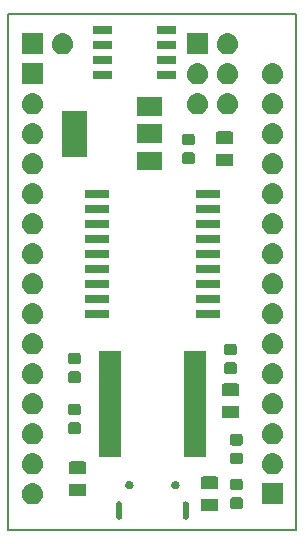
<source format=gbr>
%TF.GenerationSoftware,KiCad,Pcbnew,(5.0.2)-1*%
%TF.CreationDate,2020-12-10T22:03:50+01:00*%
%TF.ProjectId,canduino,63616e64-7569-46e6-9f2e-6b696361645f,rev?*%
%TF.SameCoordinates,Original*%
%TF.FileFunction,Soldermask,Bot*%
%TF.FilePolarity,Negative*%
%FSLAX46Y46*%
G04 Gerber Fmt 4.6, Leading zero omitted, Abs format (unit mm)*
G04 Created by KiCad (PCBNEW (5.0.2)-1) date 10.12.2020 22:03:50*
%MOMM*%
%LPD*%
G01*
G04 APERTURE LIST*
%ADD10C,0.200000*%
%ADD11C,0.100000*%
G04 APERTURE END LIST*
D10*
X76708000Y-63500000D02*
X101092000Y-63500000D01*
X76708000Y-107188000D02*
X76708000Y-63500000D01*
X101092000Y-107188000D02*
X76708000Y-107188000D01*
X101092000Y-63500000D02*
X101092000Y-107188000D01*
D11*
G36*
X91779106Y-104772993D02*
X91831127Y-104788774D01*
X91831130Y-104788776D01*
X91831131Y-104788776D01*
X91879079Y-104814404D01*
X91894990Y-104827462D01*
X91921107Y-104848895D01*
X91942802Y-104875332D01*
X91955596Y-104890921D01*
X91981224Y-104938868D01*
X91981226Y-104938872D01*
X91997007Y-104990893D01*
X92001000Y-105031440D01*
X92001000Y-106058560D01*
X91997007Y-106099107D01*
X91981226Y-106151128D01*
X91981224Y-106151131D01*
X91981224Y-106151132D01*
X91955596Y-106199079D01*
X91942037Y-106215600D01*
X91921106Y-106241106D01*
X91895600Y-106262037D01*
X91879079Y-106275596D01*
X91831132Y-106301224D01*
X91831128Y-106301226D01*
X91779107Y-106317007D01*
X91725000Y-106322335D01*
X91670894Y-106317007D01*
X91618873Y-106301226D01*
X91618869Y-106301224D01*
X91570922Y-106275596D01*
X91554401Y-106262037D01*
X91528895Y-106241106D01*
X91507964Y-106215600D01*
X91494405Y-106199079D01*
X91468777Y-106151132D01*
X91468777Y-106151131D01*
X91468775Y-106151128D01*
X91452994Y-106099107D01*
X91449001Y-106058559D01*
X91449000Y-105031441D01*
X91452993Y-104990894D01*
X91468774Y-104938873D01*
X91468777Y-104938868D01*
X91494404Y-104890921D01*
X91507462Y-104875010D01*
X91528895Y-104848893D01*
X91555332Y-104827198D01*
X91570921Y-104814404D01*
X91618868Y-104788776D01*
X91618869Y-104788776D01*
X91618872Y-104788774D01*
X91670893Y-104772993D01*
X91725000Y-104767665D01*
X91779106Y-104772993D01*
X91779106Y-104772993D01*
G37*
G36*
X86129106Y-104772993D02*
X86181127Y-104788774D01*
X86181130Y-104788776D01*
X86181131Y-104788776D01*
X86229079Y-104814404D01*
X86244990Y-104827462D01*
X86271107Y-104848895D01*
X86292802Y-104875332D01*
X86305596Y-104890921D01*
X86331224Y-104938868D01*
X86331226Y-104938872D01*
X86347007Y-104990893D01*
X86351000Y-105031440D01*
X86351000Y-106058560D01*
X86347007Y-106099107D01*
X86331226Y-106151128D01*
X86331224Y-106151131D01*
X86331224Y-106151132D01*
X86305596Y-106199079D01*
X86292037Y-106215600D01*
X86271106Y-106241106D01*
X86245600Y-106262037D01*
X86229079Y-106275596D01*
X86181132Y-106301224D01*
X86181128Y-106301226D01*
X86129107Y-106317007D01*
X86075000Y-106322335D01*
X86020894Y-106317007D01*
X85968873Y-106301226D01*
X85968869Y-106301224D01*
X85920922Y-106275596D01*
X85904401Y-106262037D01*
X85878895Y-106241106D01*
X85857964Y-106215600D01*
X85844405Y-106199079D01*
X85818777Y-106151132D01*
X85818777Y-106151131D01*
X85818775Y-106151128D01*
X85802994Y-106099107D01*
X85799001Y-106058559D01*
X85799000Y-105031441D01*
X85802993Y-104990894D01*
X85818774Y-104938873D01*
X85818777Y-104938868D01*
X85844404Y-104890921D01*
X85857462Y-104875010D01*
X85878895Y-104848893D01*
X85905332Y-104827198D01*
X85920921Y-104814404D01*
X85968868Y-104788776D01*
X85968869Y-104788776D01*
X85968872Y-104788774D01*
X86020893Y-104772993D01*
X86075000Y-104767665D01*
X86129106Y-104772993D01*
X86129106Y-104772993D01*
G37*
G36*
X94310466Y-104543565D02*
X94349137Y-104555296D01*
X94384779Y-104574348D01*
X94416017Y-104599983D01*
X94441652Y-104631221D01*
X94460704Y-104666863D01*
X94472435Y-104705534D01*
X94477000Y-104751888D01*
X94477000Y-105403112D01*
X94472435Y-105449466D01*
X94460704Y-105488137D01*
X94441652Y-105523779D01*
X94416017Y-105555017D01*
X94384779Y-105580652D01*
X94349137Y-105599704D01*
X94310466Y-105611435D01*
X94264112Y-105616000D01*
X93187888Y-105616000D01*
X93141534Y-105611435D01*
X93102863Y-105599704D01*
X93067221Y-105580652D01*
X93035983Y-105555017D01*
X93010348Y-105523779D01*
X92991296Y-105488137D01*
X92979565Y-105449466D01*
X92975000Y-105403112D01*
X92975000Y-104751888D01*
X92979565Y-104705534D01*
X92991296Y-104666863D01*
X93010348Y-104631221D01*
X93035983Y-104599983D01*
X93067221Y-104574348D01*
X93102863Y-104555296D01*
X93141534Y-104543565D01*
X93187888Y-104539000D01*
X94264112Y-104539000D01*
X94310466Y-104543565D01*
X94310466Y-104543565D01*
G37*
G36*
X96391591Y-104443085D02*
X96425569Y-104453393D01*
X96456887Y-104470133D01*
X96484339Y-104492661D01*
X96506867Y-104520113D01*
X96523607Y-104551431D01*
X96533915Y-104585409D01*
X96538000Y-104626890D01*
X96538000Y-105228110D01*
X96533915Y-105269591D01*
X96523607Y-105303569D01*
X96506867Y-105334887D01*
X96484339Y-105362339D01*
X96456887Y-105384867D01*
X96425569Y-105401607D01*
X96391591Y-105411915D01*
X96350110Y-105416000D01*
X95673890Y-105416000D01*
X95632409Y-105411915D01*
X95598431Y-105401607D01*
X95567113Y-105384867D01*
X95539661Y-105362339D01*
X95517133Y-105334887D01*
X95500393Y-105303569D01*
X95490085Y-105269591D01*
X95486000Y-105228110D01*
X95486000Y-104626890D01*
X95490085Y-104585409D01*
X95500393Y-104551431D01*
X95517133Y-104520113D01*
X95539661Y-104492661D01*
X95567113Y-104470133D01*
X95598431Y-104453393D01*
X95632409Y-104443085D01*
X95673890Y-104439000D01*
X96350110Y-104439000D01*
X96391591Y-104443085D01*
X96391591Y-104443085D01*
G37*
G36*
X78850443Y-103245519D02*
X78916627Y-103252037D01*
X79026267Y-103285296D01*
X79086467Y-103303557D01*
X79192867Y-103360430D01*
X79242991Y-103387222D01*
X79278729Y-103416552D01*
X79380186Y-103499814D01*
X79459738Y-103596750D01*
X79492778Y-103637009D01*
X79492779Y-103637011D01*
X79576443Y-103793533D01*
X79590842Y-103841000D01*
X79627963Y-103963373D01*
X79645359Y-104140000D01*
X79627963Y-104316627D01*
X79593616Y-104429853D01*
X79576443Y-104486467D01*
X79506210Y-104617861D01*
X79492778Y-104642991D01*
X79463448Y-104678729D01*
X79380186Y-104780186D01*
X79278729Y-104863448D01*
X79242991Y-104892778D01*
X79242989Y-104892779D01*
X79086467Y-104976443D01*
X79038824Y-104990895D01*
X78916627Y-105027963D01*
X78850442Y-105034482D01*
X78784260Y-105041000D01*
X78695740Y-105041000D01*
X78629557Y-105034481D01*
X78563373Y-105027963D01*
X78441176Y-104990895D01*
X78393533Y-104976443D01*
X78237011Y-104892779D01*
X78237009Y-104892778D01*
X78201271Y-104863448D01*
X78099814Y-104780186D01*
X78016552Y-104678729D01*
X77987222Y-104642991D01*
X77973790Y-104617861D01*
X77903557Y-104486467D01*
X77886384Y-104429853D01*
X77852037Y-104316627D01*
X77834641Y-104140000D01*
X77852037Y-103963373D01*
X77889158Y-103841000D01*
X77903557Y-103793533D01*
X77987221Y-103637011D01*
X77987222Y-103637009D01*
X78020262Y-103596750D01*
X78099814Y-103499814D01*
X78201271Y-103416552D01*
X78237009Y-103387222D01*
X78287133Y-103360430D01*
X78393533Y-103303557D01*
X78453733Y-103285296D01*
X78563373Y-103252037D01*
X78629558Y-103245518D01*
X78695740Y-103239000D01*
X78784260Y-103239000D01*
X78850443Y-103245519D01*
X78850443Y-103245519D01*
G37*
G36*
X99961000Y-105041000D02*
X98159000Y-105041000D01*
X98159000Y-103239000D01*
X99961000Y-103239000D01*
X99961000Y-105041000D01*
X99961000Y-105041000D01*
G37*
G36*
X83134466Y-103273565D02*
X83173137Y-103285296D01*
X83208779Y-103304348D01*
X83240017Y-103329983D01*
X83265652Y-103361221D01*
X83284704Y-103396863D01*
X83296435Y-103435534D01*
X83301000Y-103481888D01*
X83301000Y-104133112D01*
X83296435Y-104179466D01*
X83284704Y-104218137D01*
X83265652Y-104253779D01*
X83240017Y-104285017D01*
X83208779Y-104310652D01*
X83173137Y-104329704D01*
X83134466Y-104341435D01*
X83088112Y-104346000D01*
X82011888Y-104346000D01*
X81965534Y-104341435D01*
X81926863Y-104329704D01*
X81891221Y-104310652D01*
X81859983Y-104285017D01*
X81834348Y-104253779D01*
X81815296Y-104218137D01*
X81803565Y-104179466D01*
X81799000Y-104133112D01*
X81799000Y-103481888D01*
X81803565Y-103435534D01*
X81815296Y-103396863D01*
X81834348Y-103361221D01*
X81859983Y-103329983D01*
X81891221Y-103304348D01*
X81926863Y-103285296D01*
X81965534Y-103273565D01*
X82011888Y-103269000D01*
X83088112Y-103269000D01*
X83134466Y-103273565D01*
X83134466Y-103273565D01*
G37*
G36*
X96391591Y-102868085D02*
X96425569Y-102878393D01*
X96456887Y-102895133D01*
X96484339Y-102917661D01*
X96506867Y-102945113D01*
X96523607Y-102976431D01*
X96533915Y-103010409D01*
X96538000Y-103051890D01*
X96538000Y-103653110D01*
X96533915Y-103694591D01*
X96523607Y-103728569D01*
X96506867Y-103759887D01*
X96484339Y-103787339D01*
X96456887Y-103809867D01*
X96425569Y-103826607D01*
X96391591Y-103836915D01*
X96350110Y-103841000D01*
X95673890Y-103841000D01*
X95632409Y-103836915D01*
X95598431Y-103826607D01*
X95567113Y-103809867D01*
X95539661Y-103787339D01*
X95517133Y-103759887D01*
X95500393Y-103728569D01*
X95490085Y-103694591D01*
X95486000Y-103653110D01*
X95486000Y-103051890D01*
X95490085Y-103010409D01*
X95500393Y-102976431D01*
X95517133Y-102945113D01*
X95539661Y-102917661D01*
X95567113Y-102895133D01*
X95598431Y-102878393D01*
X95632409Y-102868085D01*
X95673890Y-102864000D01*
X96350110Y-102864000D01*
X96391591Y-102868085D01*
X96391591Y-102868085D01*
G37*
G36*
X90952383Y-103057489D02*
X91016261Y-103083948D01*
X91073750Y-103122361D01*
X91122639Y-103171250D01*
X91161052Y-103228739D01*
X91187511Y-103292617D01*
X91201000Y-103360430D01*
X91201000Y-103429570D01*
X91187511Y-103497383D01*
X91161052Y-103561261D01*
X91122639Y-103618750D01*
X91073750Y-103667639D01*
X91031869Y-103695623D01*
X91016261Y-103706052D01*
X90952383Y-103732511D01*
X90884570Y-103746000D01*
X90815430Y-103746000D01*
X90747617Y-103732511D01*
X90683739Y-103706052D01*
X90668131Y-103695623D01*
X90626250Y-103667639D01*
X90577361Y-103618750D01*
X90538948Y-103561261D01*
X90512489Y-103497383D01*
X90499000Y-103429570D01*
X90499000Y-103360430D01*
X90512489Y-103292617D01*
X90538948Y-103228739D01*
X90577361Y-103171250D01*
X90626250Y-103122361D01*
X90683739Y-103083948D01*
X90747617Y-103057489D01*
X90815430Y-103044000D01*
X90884570Y-103044000D01*
X90952383Y-103057489D01*
X90952383Y-103057489D01*
G37*
G36*
X87052383Y-103057489D02*
X87116261Y-103083948D01*
X87173750Y-103122361D01*
X87222639Y-103171250D01*
X87261052Y-103228739D01*
X87287511Y-103292617D01*
X87301000Y-103360430D01*
X87301000Y-103429570D01*
X87287511Y-103497383D01*
X87261052Y-103561261D01*
X87222639Y-103618750D01*
X87173750Y-103667639D01*
X87131869Y-103695623D01*
X87116261Y-103706052D01*
X87052383Y-103732511D01*
X86984570Y-103746000D01*
X86915430Y-103746000D01*
X86847617Y-103732511D01*
X86783739Y-103706052D01*
X86768131Y-103695623D01*
X86726250Y-103667639D01*
X86677361Y-103618750D01*
X86638948Y-103561261D01*
X86612489Y-103497383D01*
X86599000Y-103429570D01*
X86599000Y-103360430D01*
X86612489Y-103292617D01*
X86638948Y-103228739D01*
X86677361Y-103171250D01*
X86726250Y-103122361D01*
X86783739Y-103083948D01*
X86847617Y-103057489D01*
X86915430Y-103044000D01*
X86984570Y-103044000D01*
X87052383Y-103057489D01*
X87052383Y-103057489D01*
G37*
G36*
X94310466Y-102668565D02*
X94349137Y-102680296D01*
X94384779Y-102699348D01*
X94416017Y-102724983D01*
X94441652Y-102756221D01*
X94460704Y-102791863D01*
X94472435Y-102830534D01*
X94477000Y-102876888D01*
X94477000Y-103528112D01*
X94472435Y-103574466D01*
X94460704Y-103613137D01*
X94441652Y-103648779D01*
X94416017Y-103680017D01*
X94384779Y-103705652D01*
X94349137Y-103724704D01*
X94310466Y-103736435D01*
X94264112Y-103741000D01*
X93187888Y-103741000D01*
X93141534Y-103736435D01*
X93102863Y-103724704D01*
X93067221Y-103705652D01*
X93035983Y-103680017D01*
X93010348Y-103648779D01*
X92991296Y-103613137D01*
X92979565Y-103574466D01*
X92975000Y-103528112D01*
X92975000Y-102876888D01*
X92979565Y-102830534D01*
X92991296Y-102791863D01*
X93010348Y-102756221D01*
X93035983Y-102724983D01*
X93067221Y-102699348D01*
X93102863Y-102680296D01*
X93141534Y-102668565D01*
X93187888Y-102664000D01*
X94264112Y-102664000D01*
X94310466Y-102668565D01*
X94310466Y-102668565D01*
G37*
G36*
X99170443Y-100705519D02*
X99236627Y-100712037D01*
X99349853Y-100746384D01*
X99406467Y-100763557D01*
X99484524Y-100805280D01*
X99562991Y-100847222D01*
X99598729Y-100876552D01*
X99700186Y-100959814D01*
X99750399Y-101021000D01*
X99812778Y-101097009D01*
X99812779Y-101097011D01*
X99896443Y-101253533D01*
X99896443Y-101253534D01*
X99947963Y-101423373D01*
X99965359Y-101600000D01*
X99947963Y-101776627D01*
X99913616Y-101889853D01*
X99896443Y-101946467D01*
X99822348Y-102085087D01*
X99812778Y-102102991D01*
X99783448Y-102138729D01*
X99700186Y-102240186D01*
X99621859Y-102304466D01*
X99562991Y-102352778D01*
X99562989Y-102352779D01*
X99406467Y-102436443D01*
X99360110Y-102450505D01*
X99236627Y-102487963D01*
X99170442Y-102494482D01*
X99104260Y-102501000D01*
X99015740Y-102501000D01*
X98949558Y-102494482D01*
X98883373Y-102487963D01*
X98759890Y-102450505D01*
X98713533Y-102436443D01*
X98557011Y-102352779D01*
X98557009Y-102352778D01*
X98498141Y-102304466D01*
X98419814Y-102240186D01*
X98336552Y-102138729D01*
X98307222Y-102102991D01*
X98297652Y-102085087D01*
X98223557Y-101946467D01*
X98206384Y-101889853D01*
X98172037Y-101776627D01*
X98154641Y-101600000D01*
X98172037Y-101423373D01*
X98223557Y-101253534D01*
X98223557Y-101253533D01*
X98307221Y-101097011D01*
X98307222Y-101097009D01*
X98369601Y-101021000D01*
X98419814Y-100959814D01*
X98521271Y-100876552D01*
X98557009Y-100847222D01*
X98635476Y-100805280D01*
X98713533Y-100763557D01*
X98770147Y-100746384D01*
X98883373Y-100712037D01*
X98949557Y-100705519D01*
X99015740Y-100699000D01*
X99104260Y-100699000D01*
X99170443Y-100705519D01*
X99170443Y-100705519D01*
G37*
G36*
X78850443Y-100705519D02*
X78916627Y-100712037D01*
X79029853Y-100746384D01*
X79086467Y-100763557D01*
X79164524Y-100805280D01*
X79242991Y-100847222D01*
X79278729Y-100876552D01*
X79380186Y-100959814D01*
X79430399Y-101021000D01*
X79492778Y-101097009D01*
X79492779Y-101097011D01*
X79576443Y-101253533D01*
X79576443Y-101253534D01*
X79627963Y-101423373D01*
X79645359Y-101600000D01*
X79627963Y-101776627D01*
X79593616Y-101889853D01*
X79576443Y-101946467D01*
X79502348Y-102085087D01*
X79492778Y-102102991D01*
X79463448Y-102138729D01*
X79380186Y-102240186D01*
X79301859Y-102304466D01*
X79242991Y-102352778D01*
X79242989Y-102352779D01*
X79086467Y-102436443D01*
X79040110Y-102450505D01*
X78916627Y-102487963D01*
X78850442Y-102494482D01*
X78784260Y-102501000D01*
X78695740Y-102501000D01*
X78629558Y-102494482D01*
X78563373Y-102487963D01*
X78439890Y-102450505D01*
X78393533Y-102436443D01*
X78237011Y-102352779D01*
X78237009Y-102352778D01*
X78178141Y-102304466D01*
X78099814Y-102240186D01*
X78016552Y-102138729D01*
X77987222Y-102102991D01*
X77977652Y-102085087D01*
X77903557Y-101946467D01*
X77886384Y-101889853D01*
X77852037Y-101776627D01*
X77834641Y-101600000D01*
X77852037Y-101423373D01*
X77903557Y-101253534D01*
X77903557Y-101253533D01*
X77987221Y-101097011D01*
X77987222Y-101097009D01*
X78049601Y-101021000D01*
X78099814Y-100959814D01*
X78201271Y-100876552D01*
X78237009Y-100847222D01*
X78315476Y-100805280D01*
X78393533Y-100763557D01*
X78450147Y-100746384D01*
X78563373Y-100712037D01*
X78629557Y-100705519D01*
X78695740Y-100699000D01*
X78784260Y-100699000D01*
X78850443Y-100705519D01*
X78850443Y-100705519D01*
G37*
G36*
X83134466Y-101398565D02*
X83173137Y-101410296D01*
X83208779Y-101429348D01*
X83240017Y-101454983D01*
X83265652Y-101486221D01*
X83284704Y-101521863D01*
X83296435Y-101560534D01*
X83301000Y-101606888D01*
X83301000Y-102258112D01*
X83296435Y-102304466D01*
X83284704Y-102343137D01*
X83265652Y-102378779D01*
X83240017Y-102410017D01*
X83208779Y-102435652D01*
X83173137Y-102454704D01*
X83134466Y-102466435D01*
X83088112Y-102471000D01*
X82011888Y-102471000D01*
X81965534Y-102466435D01*
X81926863Y-102454704D01*
X81891221Y-102435652D01*
X81859983Y-102410017D01*
X81834348Y-102378779D01*
X81815296Y-102343137D01*
X81803565Y-102304466D01*
X81799000Y-102258112D01*
X81799000Y-101606888D01*
X81803565Y-101560534D01*
X81815296Y-101521863D01*
X81834348Y-101486221D01*
X81859983Y-101454983D01*
X81891221Y-101429348D01*
X81926863Y-101410296D01*
X81965534Y-101398565D01*
X82011888Y-101394000D01*
X83088112Y-101394000D01*
X83134466Y-101398565D01*
X83134466Y-101398565D01*
G37*
G36*
X96391591Y-100658585D02*
X96425569Y-100668893D01*
X96456887Y-100685633D01*
X96484339Y-100708161D01*
X96506867Y-100735613D01*
X96523607Y-100766931D01*
X96533915Y-100800909D01*
X96538000Y-100842390D01*
X96538000Y-101443610D01*
X96533915Y-101485091D01*
X96523607Y-101519069D01*
X96506867Y-101550387D01*
X96484339Y-101577839D01*
X96456887Y-101600367D01*
X96425569Y-101617107D01*
X96391591Y-101627415D01*
X96350110Y-101631500D01*
X95673890Y-101631500D01*
X95632409Y-101627415D01*
X95598431Y-101617107D01*
X95567113Y-101600367D01*
X95539661Y-101577839D01*
X95517133Y-101550387D01*
X95500393Y-101519069D01*
X95490085Y-101485091D01*
X95486000Y-101443610D01*
X95486000Y-100842390D01*
X95490085Y-100800909D01*
X95500393Y-100766931D01*
X95517133Y-100735613D01*
X95539661Y-100708161D01*
X95567113Y-100685633D01*
X95598431Y-100668893D01*
X95632409Y-100658585D01*
X95673890Y-100654500D01*
X96350110Y-100654500D01*
X96391591Y-100658585D01*
X96391591Y-100658585D01*
G37*
G36*
X93426000Y-101021000D02*
X91574000Y-101021000D01*
X91574000Y-92019000D01*
X93426000Y-92019000D01*
X93426000Y-101021000D01*
X93426000Y-101021000D01*
G37*
G36*
X86226000Y-101021000D02*
X84374000Y-101021000D01*
X84374000Y-92019000D01*
X86226000Y-92019000D01*
X86226000Y-101021000D01*
X86226000Y-101021000D01*
G37*
G36*
X96391591Y-99083585D02*
X96425569Y-99093893D01*
X96456887Y-99110633D01*
X96484339Y-99133161D01*
X96506867Y-99160613D01*
X96523607Y-99191931D01*
X96533915Y-99225909D01*
X96538000Y-99267390D01*
X96538000Y-99868610D01*
X96533915Y-99910091D01*
X96523607Y-99944069D01*
X96506867Y-99975387D01*
X96484339Y-100002839D01*
X96456887Y-100025367D01*
X96425569Y-100042107D01*
X96391591Y-100052415D01*
X96350110Y-100056500D01*
X95673890Y-100056500D01*
X95632409Y-100052415D01*
X95598431Y-100042107D01*
X95567113Y-100025367D01*
X95539661Y-100002839D01*
X95517133Y-99975387D01*
X95500393Y-99944069D01*
X95490085Y-99910091D01*
X95486000Y-99868610D01*
X95486000Y-99267390D01*
X95490085Y-99225909D01*
X95500393Y-99191931D01*
X95517133Y-99160613D01*
X95539661Y-99133161D01*
X95567113Y-99110633D01*
X95598431Y-99093893D01*
X95632409Y-99083585D01*
X95673890Y-99079500D01*
X96350110Y-99079500D01*
X96391591Y-99083585D01*
X96391591Y-99083585D01*
G37*
G36*
X99170443Y-98165519D02*
X99236627Y-98172037D01*
X99333526Y-98201431D01*
X99406467Y-98223557D01*
X99522538Y-98285599D01*
X99562991Y-98307222D01*
X99594706Y-98333250D01*
X99700186Y-98419814D01*
X99781585Y-98519000D01*
X99812778Y-98557009D01*
X99812779Y-98557011D01*
X99896443Y-98713533D01*
X99896443Y-98713534D01*
X99947963Y-98883373D01*
X99965359Y-99060000D01*
X99947963Y-99236627D01*
X99913616Y-99349853D01*
X99896443Y-99406467D01*
X99822348Y-99545087D01*
X99812778Y-99562991D01*
X99783448Y-99598729D01*
X99700186Y-99700186D01*
X99598729Y-99783448D01*
X99562991Y-99812778D01*
X99562989Y-99812779D01*
X99406467Y-99896443D01*
X99349853Y-99913616D01*
X99236627Y-99947963D01*
X99170443Y-99954481D01*
X99104260Y-99961000D01*
X99015740Y-99961000D01*
X98949557Y-99954481D01*
X98883373Y-99947963D01*
X98770147Y-99913616D01*
X98713533Y-99896443D01*
X98557011Y-99812779D01*
X98557009Y-99812778D01*
X98521271Y-99783448D01*
X98419814Y-99700186D01*
X98336552Y-99598729D01*
X98307222Y-99562991D01*
X98297652Y-99545087D01*
X98223557Y-99406467D01*
X98206384Y-99349853D01*
X98172037Y-99236627D01*
X98154641Y-99060000D01*
X98172037Y-98883373D01*
X98223557Y-98713534D01*
X98223557Y-98713533D01*
X98307221Y-98557011D01*
X98307222Y-98557009D01*
X98338415Y-98519000D01*
X98419814Y-98419814D01*
X98525294Y-98333250D01*
X98557009Y-98307222D01*
X98597462Y-98285599D01*
X98713533Y-98223557D01*
X98786474Y-98201431D01*
X98883373Y-98172037D01*
X98949557Y-98165519D01*
X99015740Y-98159000D01*
X99104260Y-98159000D01*
X99170443Y-98165519D01*
X99170443Y-98165519D01*
G37*
G36*
X78850443Y-98165519D02*
X78916627Y-98172037D01*
X79013526Y-98201431D01*
X79086467Y-98223557D01*
X79202538Y-98285599D01*
X79242991Y-98307222D01*
X79274706Y-98333250D01*
X79380186Y-98419814D01*
X79461585Y-98519000D01*
X79492778Y-98557009D01*
X79492779Y-98557011D01*
X79576443Y-98713533D01*
X79576443Y-98713534D01*
X79627963Y-98883373D01*
X79645359Y-99060000D01*
X79627963Y-99236627D01*
X79593616Y-99349853D01*
X79576443Y-99406467D01*
X79502348Y-99545087D01*
X79492778Y-99562991D01*
X79463448Y-99598729D01*
X79380186Y-99700186D01*
X79278729Y-99783448D01*
X79242991Y-99812778D01*
X79242989Y-99812779D01*
X79086467Y-99896443D01*
X79029853Y-99913616D01*
X78916627Y-99947963D01*
X78850443Y-99954481D01*
X78784260Y-99961000D01*
X78695740Y-99961000D01*
X78629557Y-99954481D01*
X78563373Y-99947963D01*
X78450147Y-99913616D01*
X78393533Y-99896443D01*
X78237011Y-99812779D01*
X78237009Y-99812778D01*
X78201271Y-99783448D01*
X78099814Y-99700186D01*
X78016552Y-99598729D01*
X77987222Y-99562991D01*
X77977652Y-99545087D01*
X77903557Y-99406467D01*
X77886384Y-99349853D01*
X77852037Y-99236627D01*
X77834641Y-99060000D01*
X77852037Y-98883373D01*
X77903557Y-98713534D01*
X77903557Y-98713533D01*
X77987221Y-98557011D01*
X77987222Y-98557009D01*
X78018415Y-98519000D01*
X78099814Y-98419814D01*
X78205294Y-98333250D01*
X78237009Y-98307222D01*
X78277462Y-98285599D01*
X78393533Y-98223557D01*
X78466474Y-98201431D01*
X78563373Y-98172037D01*
X78629557Y-98165519D01*
X78695740Y-98159000D01*
X78784260Y-98159000D01*
X78850443Y-98165519D01*
X78850443Y-98165519D01*
G37*
G36*
X82675591Y-98093085D02*
X82709569Y-98103393D01*
X82740887Y-98120133D01*
X82768339Y-98142661D01*
X82790867Y-98170113D01*
X82807607Y-98201431D01*
X82817915Y-98235409D01*
X82822000Y-98276890D01*
X82822000Y-98878110D01*
X82817915Y-98919591D01*
X82807607Y-98953569D01*
X82790867Y-98984887D01*
X82768339Y-99012339D01*
X82740887Y-99034867D01*
X82709569Y-99051607D01*
X82675591Y-99061915D01*
X82634110Y-99066000D01*
X81957890Y-99066000D01*
X81916409Y-99061915D01*
X81882431Y-99051607D01*
X81851113Y-99034867D01*
X81823661Y-99012339D01*
X81801133Y-98984887D01*
X81784393Y-98953569D01*
X81774085Y-98919591D01*
X81770000Y-98878110D01*
X81770000Y-98276890D01*
X81774085Y-98235409D01*
X81784393Y-98201431D01*
X81801133Y-98170113D01*
X81823661Y-98142661D01*
X81851113Y-98120133D01*
X81882431Y-98103393D01*
X81916409Y-98093085D01*
X81957890Y-98089000D01*
X82634110Y-98089000D01*
X82675591Y-98093085D01*
X82675591Y-98093085D01*
G37*
G36*
X96088466Y-96669565D02*
X96127137Y-96681296D01*
X96162779Y-96700348D01*
X96194017Y-96725983D01*
X96219652Y-96757221D01*
X96238704Y-96792863D01*
X96250435Y-96831534D01*
X96255000Y-96877888D01*
X96255000Y-97529112D01*
X96250435Y-97575466D01*
X96238704Y-97614137D01*
X96219652Y-97649779D01*
X96194017Y-97681017D01*
X96162779Y-97706652D01*
X96127137Y-97725704D01*
X96088466Y-97737435D01*
X96042112Y-97742000D01*
X94965888Y-97742000D01*
X94919534Y-97737435D01*
X94880863Y-97725704D01*
X94845221Y-97706652D01*
X94813983Y-97681017D01*
X94788348Y-97649779D01*
X94769296Y-97614137D01*
X94757565Y-97575466D01*
X94753000Y-97529112D01*
X94753000Y-96877888D01*
X94757565Y-96831534D01*
X94769296Y-96792863D01*
X94788348Y-96757221D01*
X94813983Y-96725983D01*
X94845221Y-96700348D01*
X94880863Y-96681296D01*
X94919534Y-96669565D01*
X94965888Y-96665000D01*
X96042112Y-96665000D01*
X96088466Y-96669565D01*
X96088466Y-96669565D01*
G37*
G36*
X82675591Y-96518085D02*
X82709569Y-96528393D01*
X82740887Y-96545133D01*
X82768339Y-96567661D01*
X82790867Y-96595113D01*
X82807607Y-96626431D01*
X82817915Y-96660409D01*
X82822000Y-96701890D01*
X82822000Y-97303110D01*
X82817915Y-97344591D01*
X82807607Y-97378569D01*
X82790867Y-97409887D01*
X82768339Y-97437339D01*
X82740887Y-97459867D01*
X82709569Y-97476607D01*
X82675591Y-97486915D01*
X82634110Y-97491000D01*
X81957890Y-97491000D01*
X81916409Y-97486915D01*
X81882431Y-97476607D01*
X81851113Y-97459867D01*
X81823661Y-97437339D01*
X81801133Y-97409887D01*
X81784393Y-97378569D01*
X81774085Y-97344591D01*
X81770000Y-97303110D01*
X81770000Y-96701890D01*
X81774085Y-96660409D01*
X81784393Y-96626431D01*
X81801133Y-96595113D01*
X81823661Y-96567661D01*
X81851113Y-96545133D01*
X81882431Y-96528393D01*
X81916409Y-96518085D01*
X81957890Y-96514000D01*
X82634110Y-96514000D01*
X82675591Y-96518085D01*
X82675591Y-96518085D01*
G37*
G36*
X78850442Y-95625518D02*
X78916627Y-95632037D01*
X79029853Y-95666384D01*
X79086467Y-95683557D01*
X79118703Y-95700788D01*
X79242991Y-95767222D01*
X79252199Y-95774779D01*
X79380186Y-95879814D01*
X79463448Y-95981271D01*
X79492778Y-96017009D01*
X79492779Y-96017011D01*
X79576443Y-96173533D01*
X79576443Y-96173534D01*
X79627963Y-96343373D01*
X79645359Y-96520000D01*
X79627963Y-96696627D01*
X79598770Y-96792863D01*
X79576443Y-96866467D01*
X79502348Y-97005087D01*
X79492778Y-97022991D01*
X79463448Y-97058729D01*
X79380186Y-97160186D01*
X79278729Y-97243448D01*
X79242991Y-97272778D01*
X79242989Y-97272779D01*
X79086467Y-97356443D01*
X79029853Y-97373616D01*
X78916627Y-97407963D01*
X78850442Y-97414482D01*
X78784260Y-97421000D01*
X78695740Y-97421000D01*
X78629558Y-97414482D01*
X78563373Y-97407963D01*
X78450147Y-97373616D01*
X78393533Y-97356443D01*
X78237011Y-97272779D01*
X78237009Y-97272778D01*
X78201271Y-97243448D01*
X78099814Y-97160186D01*
X78016552Y-97058729D01*
X77987222Y-97022991D01*
X77977652Y-97005087D01*
X77903557Y-96866467D01*
X77881230Y-96792863D01*
X77852037Y-96696627D01*
X77834641Y-96520000D01*
X77852037Y-96343373D01*
X77903557Y-96173534D01*
X77903557Y-96173533D01*
X77987221Y-96017011D01*
X77987222Y-96017009D01*
X78016552Y-95981271D01*
X78099814Y-95879814D01*
X78227801Y-95774779D01*
X78237009Y-95767222D01*
X78361297Y-95700788D01*
X78393533Y-95683557D01*
X78450147Y-95666384D01*
X78563373Y-95632037D01*
X78629558Y-95625518D01*
X78695740Y-95619000D01*
X78784260Y-95619000D01*
X78850442Y-95625518D01*
X78850442Y-95625518D01*
G37*
G36*
X99170442Y-95625518D02*
X99236627Y-95632037D01*
X99349853Y-95666384D01*
X99406467Y-95683557D01*
X99438703Y-95700788D01*
X99562991Y-95767222D01*
X99572199Y-95774779D01*
X99700186Y-95879814D01*
X99783448Y-95981271D01*
X99812778Y-96017009D01*
X99812779Y-96017011D01*
X99896443Y-96173533D01*
X99896443Y-96173534D01*
X99947963Y-96343373D01*
X99965359Y-96520000D01*
X99947963Y-96696627D01*
X99918770Y-96792863D01*
X99896443Y-96866467D01*
X99822348Y-97005087D01*
X99812778Y-97022991D01*
X99783448Y-97058729D01*
X99700186Y-97160186D01*
X99598729Y-97243448D01*
X99562991Y-97272778D01*
X99562989Y-97272779D01*
X99406467Y-97356443D01*
X99349853Y-97373616D01*
X99236627Y-97407963D01*
X99170442Y-97414482D01*
X99104260Y-97421000D01*
X99015740Y-97421000D01*
X98949558Y-97414482D01*
X98883373Y-97407963D01*
X98770147Y-97373616D01*
X98713533Y-97356443D01*
X98557011Y-97272779D01*
X98557009Y-97272778D01*
X98521271Y-97243448D01*
X98419814Y-97160186D01*
X98336552Y-97058729D01*
X98307222Y-97022991D01*
X98297652Y-97005087D01*
X98223557Y-96866467D01*
X98201230Y-96792863D01*
X98172037Y-96696627D01*
X98154641Y-96520000D01*
X98172037Y-96343373D01*
X98223557Y-96173534D01*
X98223557Y-96173533D01*
X98307221Y-96017011D01*
X98307222Y-96017009D01*
X98336552Y-95981271D01*
X98419814Y-95879814D01*
X98547801Y-95774779D01*
X98557009Y-95767222D01*
X98681297Y-95700788D01*
X98713533Y-95683557D01*
X98770147Y-95666384D01*
X98883373Y-95632037D01*
X98949558Y-95625518D01*
X99015740Y-95619000D01*
X99104260Y-95619000D01*
X99170442Y-95625518D01*
X99170442Y-95625518D01*
G37*
G36*
X96088466Y-94794565D02*
X96127137Y-94806296D01*
X96162779Y-94825348D01*
X96194017Y-94850983D01*
X96219652Y-94882221D01*
X96238704Y-94917863D01*
X96250435Y-94956534D01*
X96255000Y-95002888D01*
X96255000Y-95654112D01*
X96250435Y-95700466D01*
X96238704Y-95739137D01*
X96219652Y-95774779D01*
X96194017Y-95806017D01*
X96162779Y-95831652D01*
X96127137Y-95850704D01*
X96088466Y-95862435D01*
X96042112Y-95867000D01*
X94965888Y-95867000D01*
X94919534Y-95862435D01*
X94880863Y-95850704D01*
X94845221Y-95831652D01*
X94813983Y-95806017D01*
X94788348Y-95774779D01*
X94769296Y-95739137D01*
X94757565Y-95700466D01*
X94753000Y-95654112D01*
X94753000Y-95002888D01*
X94757565Y-94956534D01*
X94769296Y-94917863D01*
X94788348Y-94882221D01*
X94813983Y-94850983D01*
X94845221Y-94825348D01*
X94880863Y-94806296D01*
X94919534Y-94794565D01*
X94965888Y-94790000D01*
X96042112Y-94790000D01*
X96088466Y-94794565D01*
X96088466Y-94794565D01*
G37*
G36*
X99170443Y-93085519D02*
X99236627Y-93092037D01*
X99333526Y-93121431D01*
X99406467Y-93143557D01*
X99522538Y-93205599D01*
X99562991Y-93227222D01*
X99594706Y-93253250D01*
X99700186Y-93339814D01*
X99783448Y-93441271D01*
X99812778Y-93477009D01*
X99812779Y-93477011D01*
X99896443Y-93633533D01*
X99896443Y-93633534D01*
X99947963Y-93803373D01*
X99965359Y-93980000D01*
X99947963Y-94156627D01*
X99913616Y-94269853D01*
X99896443Y-94326467D01*
X99822348Y-94465087D01*
X99812778Y-94482991D01*
X99795741Y-94503750D01*
X99700186Y-94620186D01*
X99609829Y-94694339D01*
X99562991Y-94732778D01*
X99562989Y-94732779D01*
X99406467Y-94816443D01*
X99349853Y-94833616D01*
X99236627Y-94867963D01*
X99170443Y-94874481D01*
X99104260Y-94881000D01*
X99015740Y-94881000D01*
X98949557Y-94874481D01*
X98883373Y-94867963D01*
X98770147Y-94833616D01*
X98713533Y-94816443D01*
X98557011Y-94732779D01*
X98557009Y-94732778D01*
X98510171Y-94694339D01*
X98419814Y-94620186D01*
X98324259Y-94503750D01*
X98307222Y-94482991D01*
X98297652Y-94465087D01*
X98223557Y-94326467D01*
X98206384Y-94269853D01*
X98172037Y-94156627D01*
X98154641Y-93980000D01*
X98172037Y-93803373D01*
X98223557Y-93633534D01*
X98223557Y-93633533D01*
X98307221Y-93477011D01*
X98307222Y-93477009D01*
X98336552Y-93441271D01*
X98419814Y-93339814D01*
X98525294Y-93253250D01*
X98557009Y-93227222D01*
X98597462Y-93205599D01*
X98713533Y-93143557D01*
X98786474Y-93121431D01*
X98883373Y-93092037D01*
X98949557Y-93085519D01*
X99015740Y-93079000D01*
X99104260Y-93079000D01*
X99170443Y-93085519D01*
X99170443Y-93085519D01*
G37*
G36*
X78850443Y-93085519D02*
X78916627Y-93092037D01*
X79013526Y-93121431D01*
X79086467Y-93143557D01*
X79202538Y-93205599D01*
X79242991Y-93227222D01*
X79274706Y-93253250D01*
X79380186Y-93339814D01*
X79463448Y-93441271D01*
X79492778Y-93477009D01*
X79492779Y-93477011D01*
X79576443Y-93633533D01*
X79576443Y-93633534D01*
X79627963Y-93803373D01*
X79645359Y-93980000D01*
X79627963Y-94156627D01*
X79593616Y-94269853D01*
X79576443Y-94326467D01*
X79502348Y-94465087D01*
X79492778Y-94482991D01*
X79475741Y-94503750D01*
X79380186Y-94620186D01*
X79289829Y-94694339D01*
X79242991Y-94732778D01*
X79242989Y-94732779D01*
X79086467Y-94816443D01*
X79029853Y-94833616D01*
X78916627Y-94867963D01*
X78850443Y-94874481D01*
X78784260Y-94881000D01*
X78695740Y-94881000D01*
X78629557Y-94874481D01*
X78563373Y-94867963D01*
X78450147Y-94833616D01*
X78393533Y-94816443D01*
X78237011Y-94732779D01*
X78237009Y-94732778D01*
X78190171Y-94694339D01*
X78099814Y-94620186D01*
X78004259Y-94503750D01*
X77987222Y-94482991D01*
X77977652Y-94465087D01*
X77903557Y-94326467D01*
X77886384Y-94269853D01*
X77852037Y-94156627D01*
X77834641Y-93980000D01*
X77852037Y-93803373D01*
X77903557Y-93633534D01*
X77903557Y-93633533D01*
X77987221Y-93477011D01*
X77987222Y-93477009D01*
X78016552Y-93441271D01*
X78099814Y-93339814D01*
X78205294Y-93253250D01*
X78237009Y-93227222D01*
X78277462Y-93205599D01*
X78393533Y-93143557D01*
X78466474Y-93121431D01*
X78563373Y-93092037D01*
X78629557Y-93085519D01*
X78695740Y-93079000D01*
X78784260Y-93079000D01*
X78850443Y-93085519D01*
X78850443Y-93085519D01*
G37*
G36*
X82675591Y-93775085D02*
X82709569Y-93785393D01*
X82740887Y-93802133D01*
X82768339Y-93824661D01*
X82790867Y-93852113D01*
X82807607Y-93883431D01*
X82817915Y-93917409D01*
X82822000Y-93958890D01*
X82822000Y-94560110D01*
X82817915Y-94601591D01*
X82807607Y-94635569D01*
X82790867Y-94666887D01*
X82768339Y-94694339D01*
X82740887Y-94716867D01*
X82709569Y-94733607D01*
X82675591Y-94743915D01*
X82634110Y-94748000D01*
X81957890Y-94748000D01*
X81916409Y-94743915D01*
X81882431Y-94733607D01*
X81851113Y-94716867D01*
X81823661Y-94694339D01*
X81801133Y-94666887D01*
X81784393Y-94635569D01*
X81774085Y-94601591D01*
X81770000Y-94560110D01*
X81770000Y-93958890D01*
X81774085Y-93917409D01*
X81784393Y-93883431D01*
X81801133Y-93852113D01*
X81823661Y-93824661D01*
X81851113Y-93802133D01*
X81882431Y-93785393D01*
X81916409Y-93775085D01*
X81957890Y-93771000D01*
X82634110Y-93771000D01*
X82675591Y-93775085D01*
X82675591Y-93775085D01*
G37*
G36*
X95883591Y-93013085D02*
X95917569Y-93023393D01*
X95948887Y-93040133D01*
X95976339Y-93062661D01*
X95998867Y-93090113D01*
X96015607Y-93121431D01*
X96025915Y-93155409D01*
X96030000Y-93196890D01*
X96030000Y-93798110D01*
X96025915Y-93839591D01*
X96015607Y-93873569D01*
X95998867Y-93904887D01*
X95976339Y-93932339D01*
X95948887Y-93954867D01*
X95917569Y-93971607D01*
X95883591Y-93981915D01*
X95842110Y-93986000D01*
X95165890Y-93986000D01*
X95124409Y-93981915D01*
X95090431Y-93971607D01*
X95059113Y-93954867D01*
X95031661Y-93932339D01*
X95009133Y-93904887D01*
X94992393Y-93873569D01*
X94982085Y-93839591D01*
X94978000Y-93798110D01*
X94978000Y-93196890D01*
X94982085Y-93155409D01*
X94992393Y-93121431D01*
X95009133Y-93090113D01*
X95031661Y-93062661D01*
X95059113Y-93040133D01*
X95090431Y-93023393D01*
X95124409Y-93013085D01*
X95165890Y-93009000D01*
X95842110Y-93009000D01*
X95883591Y-93013085D01*
X95883591Y-93013085D01*
G37*
G36*
X82675591Y-92200085D02*
X82709569Y-92210393D01*
X82740887Y-92227133D01*
X82768339Y-92249661D01*
X82790867Y-92277113D01*
X82807607Y-92308431D01*
X82817915Y-92342409D01*
X82822000Y-92383890D01*
X82822000Y-92985110D01*
X82817915Y-93026591D01*
X82807607Y-93060569D01*
X82790867Y-93091887D01*
X82768339Y-93119339D01*
X82740887Y-93141867D01*
X82709569Y-93158607D01*
X82675591Y-93168915D01*
X82634110Y-93173000D01*
X81957890Y-93173000D01*
X81916409Y-93168915D01*
X81882431Y-93158607D01*
X81851113Y-93141867D01*
X81823661Y-93119339D01*
X81801133Y-93091887D01*
X81784393Y-93060569D01*
X81774085Y-93026591D01*
X81770000Y-92985110D01*
X81770000Y-92383890D01*
X81774085Y-92342409D01*
X81784393Y-92308431D01*
X81801133Y-92277113D01*
X81823661Y-92249661D01*
X81851113Y-92227133D01*
X81882431Y-92210393D01*
X81916409Y-92200085D01*
X81957890Y-92196000D01*
X82634110Y-92196000D01*
X82675591Y-92200085D01*
X82675591Y-92200085D01*
G37*
G36*
X95883591Y-91438085D02*
X95917569Y-91448393D01*
X95948887Y-91465133D01*
X95976339Y-91487661D01*
X95998867Y-91515113D01*
X96015607Y-91546431D01*
X96025915Y-91580409D01*
X96030000Y-91621890D01*
X96030000Y-92223110D01*
X96025915Y-92264591D01*
X96015607Y-92298569D01*
X95998867Y-92329887D01*
X95976339Y-92357339D01*
X95948887Y-92379867D01*
X95917569Y-92396607D01*
X95883591Y-92406915D01*
X95842110Y-92411000D01*
X95165890Y-92411000D01*
X95124409Y-92406915D01*
X95090431Y-92396607D01*
X95059113Y-92379867D01*
X95031661Y-92357339D01*
X95009133Y-92329887D01*
X94992393Y-92298569D01*
X94982085Y-92264591D01*
X94978000Y-92223110D01*
X94978000Y-91621890D01*
X94982085Y-91580409D01*
X94992393Y-91546431D01*
X95009133Y-91515113D01*
X95031661Y-91487661D01*
X95059113Y-91465133D01*
X95090431Y-91448393D01*
X95124409Y-91438085D01*
X95165890Y-91434000D01*
X95842110Y-91434000D01*
X95883591Y-91438085D01*
X95883591Y-91438085D01*
G37*
G36*
X78850443Y-90545519D02*
X78916627Y-90552037D01*
X79029853Y-90586384D01*
X79086467Y-90603557D01*
X79225087Y-90677652D01*
X79242991Y-90687222D01*
X79278729Y-90716552D01*
X79380186Y-90799814D01*
X79463448Y-90901271D01*
X79492778Y-90937009D01*
X79492779Y-90937011D01*
X79576443Y-91093533D01*
X79576443Y-91093534D01*
X79627963Y-91263373D01*
X79645359Y-91440000D01*
X79627963Y-91616627D01*
X79609270Y-91678250D01*
X79576443Y-91786467D01*
X79502348Y-91925087D01*
X79492778Y-91942991D01*
X79463448Y-91978729D01*
X79380186Y-92080186D01*
X79278729Y-92163448D01*
X79242991Y-92192778D01*
X79242989Y-92192779D01*
X79086467Y-92276443D01*
X79029853Y-92293616D01*
X78916627Y-92327963D01*
X78850443Y-92334481D01*
X78784260Y-92341000D01*
X78695740Y-92341000D01*
X78629557Y-92334481D01*
X78563373Y-92327963D01*
X78450147Y-92293616D01*
X78393533Y-92276443D01*
X78237011Y-92192779D01*
X78237009Y-92192778D01*
X78201271Y-92163448D01*
X78099814Y-92080186D01*
X78016552Y-91978729D01*
X77987222Y-91942991D01*
X77977652Y-91925087D01*
X77903557Y-91786467D01*
X77870730Y-91678250D01*
X77852037Y-91616627D01*
X77834641Y-91440000D01*
X77852037Y-91263373D01*
X77903557Y-91093534D01*
X77903557Y-91093533D01*
X77987221Y-90937011D01*
X77987222Y-90937009D01*
X78016552Y-90901271D01*
X78099814Y-90799814D01*
X78201271Y-90716552D01*
X78237009Y-90687222D01*
X78254913Y-90677652D01*
X78393533Y-90603557D01*
X78450147Y-90586384D01*
X78563373Y-90552037D01*
X78629557Y-90545519D01*
X78695740Y-90539000D01*
X78784260Y-90539000D01*
X78850443Y-90545519D01*
X78850443Y-90545519D01*
G37*
G36*
X99170443Y-90545519D02*
X99236627Y-90552037D01*
X99349853Y-90586384D01*
X99406467Y-90603557D01*
X99545087Y-90677652D01*
X99562991Y-90687222D01*
X99598729Y-90716552D01*
X99700186Y-90799814D01*
X99783448Y-90901271D01*
X99812778Y-90937009D01*
X99812779Y-90937011D01*
X99896443Y-91093533D01*
X99896443Y-91093534D01*
X99947963Y-91263373D01*
X99965359Y-91440000D01*
X99947963Y-91616627D01*
X99929270Y-91678250D01*
X99896443Y-91786467D01*
X99822348Y-91925087D01*
X99812778Y-91942991D01*
X99783448Y-91978729D01*
X99700186Y-92080186D01*
X99598729Y-92163448D01*
X99562991Y-92192778D01*
X99562989Y-92192779D01*
X99406467Y-92276443D01*
X99349853Y-92293616D01*
X99236627Y-92327963D01*
X99170443Y-92334481D01*
X99104260Y-92341000D01*
X99015740Y-92341000D01*
X98949557Y-92334481D01*
X98883373Y-92327963D01*
X98770147Y-92293616D01*
X98713533Y-92276443D01*
X98557011Y-92192779D01*
X98557009Y-92192778D01*
X98521271Y-92163448D01*
X98419814Y-92080186D01*
X98336552Y-91978729D01*
X98307222Y-91942991D01*
X98297652Y-91925087D01*
X98223557Y-91786467D01*
X98190730Y-91678250D01*
X98172037Y-91616627D01*
X98154641Y-91440000D01*
X98172037Y-91263373D01*
X98223557Y-91093534D01*
X98223557Y-91093533D01*
X98307221Y-90937011D01*
X98307222Y-90937009D01*
X98336552Y-90901271D01*
X98419814Y-90799814D01*
X98521271Y-90716552D01*
X98557009Y-90687222D01*
X98574913Y-90677652D01*
X98713533Y-90603557D01*
X98770147Y-90586384D01*
X98883373Y-90552037D01*
X98949557Y-90545519D01*
X99015740Y-90539000D01*
X99104260Y-90539000D01*
X99170443Y-90545519D01*
X99170443Y-90545519D01*
G37*
G36*
X99170443Y-88005519D02*
X99236627Y-88012037D01*
X99349853Y-88046384D01*
X99406467Y-88063557D01*
X99545087Y-88137652D01*
X99562991Y-88147222D01*
X99598729Y-88176552D01*
X99700186Y-88259814D01*
X99783448Y-88361271D01*
X99812778Y-88397009D01*
X99812779Y-88397011D01*
X99896443Y-88553533D01*
X99896443Y-88553534D01*
X99947963Y-88723373D01*
X99965359Y-88900000D01*
X99947963Y-89076627D01*
X99913616Y-89189853D01*
X99896443Y-89246467D01*
X99894020Y-89251000D01*
X99812778Y-89402991D01*
X99783448Y-89438729D01*
X99700186Y-89540186D01*
X99598729Y-89623448D01*
X99562991Y-89652778D01*
X99562989Y-89652779D01*
X99406467Y-89736443D01*
X99349853Y-89753616D01*
X99236627Y-89787963D01*
X99170443Y-89794481D01*
X99104260Y-89801000D01*
X99015740Y-89801000D01*
X98949557Y-89794481D01*
X98883373Y-89787963D01*
X98770147Y-89753616D01*
X98713533Y-89736443D01*
X98557011Y-89652779D01*
X98557009Y-89652778D01*
X98521271Y-89623448D01*
X98419814Y-89540186D01*
X98336552Y-89438729D01*
X98307222Y-89402991D01*
X98225980Y-89251000D01*
X98223557Y-89246467D01*
X98206384Y-89189853D01*
X98172037Y-89076627D01*
X98154641Y-88900000D01*
X98172037Y-88723373D01*
X98223557Y-88553534D01*
X98223557Y-88553533D01*
X98307221Y-88397011D01*
X98307222Y-88397009D01*
X98336552Y-88361271D01*
X98419814Y-88259814D01*
X98521271Y-88176552D01*
X98557009Y-88147222D01*
X98574913Y-88137652D01*
X98713533Y-88063557D01*
X98770147Y-88046384D01*
X98883373Y-88012037D01*
X98949557Y-88005519D01*
X99015740Y-87999000D01*
X99104260Y-87999000D01*
X99170443Y-88005519D01*
X99170443Y-88005519D01*
G37*
G36*
X78850443Y-88005519D02*
X78916627Y-88012037D01*
X79029853Y-88046384D01*
X79086467Y-88063557D01*
X79225087Y-88137652D01*
X79242991Y-88147222D01*
X79278729Y-88176552D01*
X79380186Y-88259814D01*
X79463448Y-88361271D01*
X79492778Y-88397009D01*
X79492779Y-88397011D01*
X79576443Y-88553533D01*
X79576443Y-88553534D01*
X79627963Y-88723373D01*
X79645359Y-88900000D01*
X79627963Y-89076627D01*
X79593616Y-89189853D01*
X79576443Y-89246467D01*
X79574020Y-89251000D01*
X79492778Y-89402991D01*
X79463448Y-89438729D01*
X79380186Y-89540186D01*
X79278729Y-89623448D01*
X79242991Y-89652778D01*
X79242989Y-89652779D01*
X79086467Y-89736443D01*
X79029853Y-89753616D01*
X78916627Y-89787963D01*
X78850443Y-89794481D01*
X78784260Y-89801000D01*
X78695740Y-89801000D01*
X78629557Y-89794481D01*
X78563373Y-89787963D01*
X78450147Y-89753616D01*
X78393533Y-89736443D01*
X78237011Y-89652779D01*
X78237009Y-89652778D01*
X78201271Y-89623448D01*
X78099814Y-89540186D01*
X78016552Y-89438729D01*
X77987222Y-89402991D01*
X77905980Y-89251000D01*
X77903557Y-89246467D01*
X77886384Y-89189853D01*
X77852037Y-89076627D01*
X77834641Y-88900000D01*
X77852037Y-88723373D01*
X77903557Y-88553534D01*
X77903557Y-88553533D01*
X77987221Y-88397011D01*
X77987222Y-88397009D01*
X78016552Y-88361271D01*
X78099814Y-88259814D01*
X78201271Y-88176552D01*
X78237009Y-88147222D01*
X78254913Y-88137652D01*
X78393533Y-88063557D01*
X78450147Y-88046384D01*
X78563373Y-88012037D01*
X78629557Y-88005519D01*
X78695740Y-87999000D01*
X78784260Y-87999000D01*
X78850443Y-88005519D01*
X78850443Y-88005519D01*
G37*
G36*
X85251000Y-89251000D02*
X83149000Y-89251000D01*
X83149000Y-88549000D01*
X85251000Y-88549000D01*
X85251000Y-89251000D01*
X85251000Y-89251000D01*
G37*
G36*
X94651000Y-89251000D02*
X92549000Y-89251000D01*
X92549000Y-88549000D01*
X94651000Y-88549000D01*
X94651000Y-89251000D01*
X94651000Y-89251000D01*
G37*
G36*
X85251000Y-87981000D02*
X83149000Y-87981000D01*
X83149000Y-87279000D01*
X85251000Y-87279000D01*
X85251000Y-87981000D01*
X85251000Y-87981000D01*
G37*
G36*
X94651000Y-87981000D02*
X92549000Y-87981000D01*
X92549000Y-87279000D01*
X94651000Y-87279000D01*
X94651000Y-87981000D01*
X94651000Y-87981000D01*
G37*
G36*
X78850442Y-85465518D02*
X78916627Y-85472037D01*
X79029853Y-85506384D01*
X79086467Y-85523557D01*
X79225087Y-85597652D01*
X79242991Y-85607222D01*
X79278729Y-85636552D01*
X79380186Y-85719814D01*
X79463448Y-85821271D01*
X79492778Y-85857009D01*
X79492779Y-85857011D01*
X79576443Y-86013533D01*
X79576443Y-86013534D01*
X79627963Y-86183373D01*
X79645359Y-86360000D01*
X79627963Y-86536627D01*
X79593616Y-86649853D01*
X79576443Y-86706467D01*
X79574020Y-86711000D01*
X79492778Y-86862991D01*
X79463448Y-86898729D01*
X79380186Y-87000186D01*
X79278729Y-87083448D01*
X79242991Y-87112778D01*
X79242989Y-87112779D01*
X79086467Y-87196443D01*
X79029853Y-87213616D01*
X78916627Y-87247963D01*
X78850442Y-87254482D01*
X78784260Y-87261000D01*
X78695740Y-87261000D01*
X78629558Y-87254482D01*
X78563373Y-87247963D01*
X78450147Y-87213616D01*
X78393533Y-87196443D01*
X78237011Y-87112779D01*
X78237009Y-87112778D01*
X78201271Y-87083448D01*
X78099814Y-87000186D01*
X78016552Y-86898729D01*
X77987222Y-86862991D01*
X77905980Y-86711000D01*
X77903557Y-86706467D01*
X77886384Y-86649853D01*
X77852037Y-86536627D01*
X77834641Y-86360000D01*
X77852037Y-86183373D01*
X77903557Y-86013534D01*
X77903557Y-86013533D01*
X77987221Y-85857011D01*
X77987222Y-85857009D01*
X78016552Y-85821271D01*
X78099814Y-85719814D01*
X78201271Y-85636552D01*
X78237009Y-85607222D01*
X78254913Y-85597652D01*
X78393533Y-85523557D01*
X78450147Y-85506384D01*
X78563373Y-85472037D01*
X78629558Y-85465518D01*
X78695740Y-85459000D01*
X78784260Y-85459000D01*
X78850442Y-85465518D01*
X78850442Y-85465518D01*
G37*
G36*
X99170442Y-85465518D02*
X99236627Y-85472037D01*
X99349853Y-85506384D01*
X99406467Y-85523557D01*
X99545087Y-85597652D01*
X99562991Y-85607222D01*
X99598729Y-85636552D01*
X99700186Y-85719814D01*
X99783448Y-85821271D01*
X99812778Y-85857009D01*
X99812779Y-85857011D01*
X99896443Y-86013533D01*
X99896443Y-86013534D01*
X99947963Y-86183373D01*
X99965359Y-86360000D01*
X99947963Y-86536627D01*
X99913616Y-86649853D01*
X99896443Y-86706467D01*
X99894020Y-86711000D01*
X99812778Y-86862991D01*
X99783448Y-86898729D01*
X99700186Y-87000186D01*
X99598729Y-87083448D01*
X99562991Y-87112778D01*
X99562989Y-87112779D01*
X99406467Y-87196443D01*
X99349853Y-87213616D01*
X99236627Y-87247963D01*
X99170442Y-87254482D01*
X99104260Y-87261000D01*
X99015740Y-87261000D01*
X98949558Y-87254482D01*
X98883373Y-87247963D01*
X98770147Y-87213616D01*
X98713533Y-87196443D01*
X98557011Y-87112779D01*
X98557009Y-87112778D01*
X98521271Y-87083448D01*
X98419814Y-87000186D01*
X98336552Y-86898729D01*
X98307222Y-86862991D01*
X98225980Y-86711000D01*
X98223557Y-86706467D01*
X98206384Y-86649853D01*
X98172037Y-86536627D01*
X98154641Y-86360000D01*
X98172037Y-86183373D01*
X98223557Y-86013534D01*
X98223557Y-86013533D01*
X98307221Y-85857011D01*
X98307222Y-85857009D01*
X98336552Y-85821271D01*
X98419814Y-85719814D01*
X98521271Y-85636552D01*
X98557009Y-85607222D01*
X98574913Y-85597652D01*
X98713533Y-85523557D01*
X98770147Y-85506384D01*
X98883373Y-85472037D01*
X98949558Y-85465518D01*
X99015740Y-85459000D01*
X99104260Y-85459000D01*
X99170442Y-85465518D01*
X99170442Y-85465518D01*
G37*
G36*
X85251000Y-86711000D02*
X83149000Y-86711000D01*
X83149000Y-86009000D01*
X85251000Y-86009000D01*
X85251000Y-86711000D01*
X85251000Y-86711000D01*
G37*
G36*
X94651000Y-86711000D02*
X92549000Y-86711000D01*
X92549000Y-86009000D01*
X94651000Y-86009000D01*
X94651000Y-86711000D01*
X94651000Y-86711000D01*
G37*
G36*
X85251000Y-85441000D02*
X83149000Y-85441000D01*
X83149000Y-84739000D01*
X85251000Y-84739000D01*
X85251000Y-85441000D01*
X85251000Y-85441000D01*
G37*
G36*
X94651000Y-85441000D02*
X92549000Y-85441000D01*
X92549000Y-84739000D01*
X94651000Y-84739000D01*
X94651000Y-85441000D01*
X94651000Y-85441000D01*
G37*
G36*
X99170443Y-82925519D02*
X99236627Y-82932037D01*
X99349853Y-82966384D01*
X99406467Y-82983557D01*
X99545087Y-83057652D01*
X99562991Y-83067222D01*
X99598729Y-83096552D01*
X99700186Y-83179814D01*
X99783448Y-83281271D01*
X99812778Y-83317009D01*
X99812779Y-83317011D01*
X99896443Y-83473533D01*
X99896443Y-83473534D01*
X99947963Y-83643373D01*
X99965359Y-83820000D01*
X99947963Y-83996627D01*
X99913616Y-84109853D01*
X99896443Y-84166467D01*
X99894020Y-84171000D01*
X99812778Y-84322991D01*
X99783448Y-84358729D01*
X99700186Y-84460186D01*
X99598729Y-84543448D01*
X99562991Y-84572778D01*
X99562989Y-84572779D01*
X99406467Y-84656443D01*
X99349853Y-84673616D01*
X99236627Y-84707963D01*
X99170443Y-84714481D01*
X99104260Y-84721000D01*
X99015740Y-84721000D01*
X98949557Y-84714481D01*
X98883373Y-84707963D01*
X98770147Y-84673616D01*
X98713533Y-84656443D01*
X98557011Y-84572779D01*
X98557009Y-84572778D01*
X98521271Y-84543448D01*
X98419814Y-84460186D01*
X98336552Y-84358729D01*
X98307222Y-84322991D01*
X98225980Y-84171000D01*
X98223557Y-84166467D01*
X98206384Y-84109853D01*
X98172037Y-83996627D01*
X98154641Y-83820000D01*
X98172037Y-83643373D01*
X98223557Y-83473534D01*
X98223557Y-83473533D01*
X98307221Y-83317011D01*
X98307222Y-83317009D01*
X98336552Y-83281271D01*
X98419814Y-83179814D01*
X98521271Y-83096552D01*
X98557009Y-83067222D01*
X98574913Y-83057652D01*
X98713533Y-82983557D01*
X98770147Y-82966384D01*
X98883373Y-82932037D01*
X98949557Y-82925519D01*
X99015740Y-82919000D01*
X99104260Y-82919000D01*
X99170443Y-82925519D01*
X99170443Y-82925519D01*
G37*
G36*
X78850443Y-82925519D02*
X78916627Y-82932037D01*
X79029853Y-82966384D01*
X79086467Y-82983557D01*
X79225087Y-83057652D01*
X79242991Y-83067222D01*
X79278729Y-83096552D01*
X79380186Y-83179814D01*
X79463448Y-83281271D01*
X79492778Y-83317009D01*
X79492779Y-83317011D01*
X79576443Y-83473533D01*
X79576443Y-83473534D01*
X79627963Y-83643373D01*
X79645359Y-83820000D01*
X79627963Y-83996627D01*
X79593616Y-84109853D01*
X79576443Y-84166467D01*
X79574020Y-84171000D01*
X79492778Y-84322991D01*
X79463448Y-84358729D01*
X79380186Y-84460186D01*
X79278729Y-84543448D01*
X79242991Y-84572778D01*
X79242989Y-84572779D01*
X79086467Y-84656443D01*
X79029853Y-84673616D01*
X78916627Y-84707963D01*
X78850443Y-84714481D01*
X78784260Y-84721000D01*
X78695740Y-84721000D01*
X78629557Y-84714481D01*
X78563373Y-84707963D01*
X78450147Y-84673616D01*
X78393533Y-84656443D01*
X78237011Y-84572779D01*
X78237009Y-84572778D01*
X78201271Y-84543448D01*
X78099814Y-84460186D01*
X78016552Y-84358729D01*
X77987222Y-84322991D01*
X77905980Y-84171000D01*
X77903557Y-84166467D01*
X77886384Y-84109853D01*
X77852037Y-83996627D01*
X77834641Y-83820000D01*
X77852037Y-83643373D01*
X77903557Y-83473534D01*
X77903557Y-83473533D01*
X77987221Y-83317011D01*
X77987222Y-83317009D01*
X78016552Y-83281271D01*
X78099814Y-83179814D01*
X78201271Y-83096552D01*
X78237009Y-83067222D01*
X78254913Y-83057652D01*
X78393533Y-82983557D01*
X78450147Y-82966384D01*
X78563373Y-82932037D01*
X78629557Y-82925519D01*
X78695740Y-82919000D01*
X78784260Y-82919000D01*
X78850443Y-82925519D01*
X78850443Y-82925519D01*
G37*
G36*
X94651000Y-84171000D02*
X92549000Y-84171000D01*
X92549000Y-83469000D01*
X94651000Y-83469000D01*
X94651000Y-84171000D01*
X94651000Y-84171000D01*
G37*
G36*
X85251000Y-84171000D02*
X83149000Y-84171000D01*
X83149000Y-83469000D01*
X85251000Y-83469000D01*
X85251000Y-84171000D01*
X85251000Y-84171000D01*
G37*
G36*
X94651000Y-82901000D02*
X92549000Y-82901000D01*
X92549000Y-82199000D01*
X94651000Y-82199000D01*
X94651000Y-82901000D01*
X94651000Y-82901000D01*
G37*
G36*
X85251000Y-82901000D02*
X83149000Y-82901000D01*
X83149000Y-82199000D01*
X85251000Y-82199000D01*
X85251000Y-82901000D01*
X85251000Y-82901000D01*
G37*
G36*
X78850442Y-80385518D02*
X78916627Y-80392037D01*
X79029853Y-80426384D01*
X79086467Y-80443557D01*
X79225087Y-80517652D01*
X79242991Y-80527222D01*
X79278729Y-80556552D01*
X79380186Y-80639814D01*
X79463448Y-80741271D01*
X79492778Y-80777009D01*
X79492779Y-80777011D01*
X79576443Y-80933533D01*
X79576443Y-80933534D01*
X79627963Y-81103373D01*
X79645359Y-81280000D01*
X79627963Y-81456627D01*
X79593616Y-81569853D01*
X79576443Y-81626467D01*
X79574020Y-81631000D01*
X79492778Y-81782991D01*
X79463448Y-81818729D01*
X79380186Y-81920186D01*
X79278729Y-82003448D01*
X79242991Y-82032778D01*
X79242989Y-82032779D01*
X79086467Y-82116443D01*
X79029853Y-82133616D01*
X78916627Y-82167963D01*
X78850443Y-82174481D01*
X78784260Y-82181000D01*
X78695740Y-82181000D01*
X78629557Y-82174481D01*
X78563373Y-82167963D01*
X78450147Y-82133616D01*
X78393533Y-82116443D01*
X78237011Y-82032779D01*
X78237009Y-82032778D01*
X78201271Y-82003448D01*
X78099814Y-81920186D01*
X78016552Y-81818729D01*
X77987222Y-81782991D01*
X77905980Y-81631000D01*
X77903557Y-81626467D01*
X77886384Y-81569853D01*
X77852037Y-81456627D01*
X77834641Y-81280000D01*
X77852037Y-81103373D01*
X77903557Y-80933534D01*
X77903557Y-80933533D01*
X77987221Y-80777011D01*
X77987222Y-80777009D01*
X78016552Y-80741271D01*
X78099814Y-80639814D01*
X78201271Y-80556552D01*
X78237009Y-80527222D01*
X78254913Y-80517652D01*
X78393533Y-80443557D01*
X78450147Y-80426384D01*
X78563373Y-80392037D01*
X78629558Y-80385518D01*
X78695740Y-80379000D01*
X78784260Y-80379000D01*
X78850442Y-80385518D01*
X78850442Y-80385518D01*
G37*
G36*
X99170442Y-80385518D02*
X99236627Y-80392037D01*
X99349853Y-80426384D01*
X99406467Y-80443557D01*
X99545087Y-80517652D01*
X99562991Y-80527222D01*
X99598729Y-80556552D01*
X99700186Y-80639814D01*
X99783448Y-80741271D01*
X99812778Y-80777009D01*
X99812779Y-80777011D01*
X99896443Y-80933533D01*
X99896443Y-80933534D01*
X99947963Y-81103373D01*
X99965359Y-81280000D01*
X99947963Y-81456627D01*
X99913616Y-81569853D01*
X99896443Y-81626467D01*
X99894020Y-81631000D01*
X99812778Y-81782991D01*
X99783448Y-81818729D01*
X99700186Y-81920186D01*
X99598729Y-82003448D01*
X99562991Y-82032778D01*
X99562989Y-82032779D01*
X99406467Y-82116443D01*
X99349853Y-82133616D01*
X99236627Y-82167963D01*
X99170443Y-82174481D01*
X99104260Y-82181000D01*
X99015740Y-82181000D01*
X98949557Y-82174481D01*
X98883373Y-82167963D01*
X98770147Y-82133616D01*
X98713533Y-82116443D01*
X98557011Y-82032779D01*
X98557009Y-82032778D01*
X98521271Y-82003448D01*
X98419814Y-81920186D01*
X98336552Y-81818729D01*
X98307222Y-81782991D01*
X98225980Y-81631000D01*
X98223557Y-81626467D01*
X98206384Y-81569853D01*
X98172037Y-81456627D01*
X98154641Y-81280000D01*
X98172037Y-81103373D01*
X98223557Y-80933534D01*
X98223557Y-80933533D01*
X98307221Y-80777011D01*
X98307222Y-80777009D01*
X98336552Y-80741271D01*
X98419814Y-80639814D01*
X98521271Y-80556552D01*
X98557009Y-80527222D01*
X98574913Y-80517652D01*
X98713533Y-80443557D01*
X98770147Y-80426384D01*
X98883373Y-80392037D01*
X98949558Y-80385518D01*
X99015740Y-80379000D01*
X99104260Y-80379000D01*
X99170442Y-80385518D01*
X99170442Y-80385518D01*
G37*
G36*
X94651000Y-81631000D02*
X92549000Y-81631000D01*
X92549000Y-80929000D01*
X94651000Y-80929000D01*
X94651000Y-81631000D01*
X94651000Y-81631000D01*
G37*
G36*
X85251000Y-81631000D02*
X83149000Y-81631000D01*
X83149000Y-80929000D01*
X85251000Y-80929000D01*
X85251000Y-81631000D01*
X85251000Y-81631000D01*
G37*
G36*
X94651000Y-80361000D02*
X92549000Y-80361000D01*
X92549000Y-79659000D01*
X94651000Y-79659000D01*
X94651000Y-80361000D01*
X94651000Y-80361000D01*
G37*
G36*
X85251000Y-80361000D02*
X83149000Y-80361000D01*
X83149000Y-79659000D01*
X85251000Y-79659000D01*
X85251000Y-80361000D01*
X85251000Y-80361000D01*
G37*
G36*
X99170443Y-77845519D02*
X99236627Y-77852037D01*
X99349853Y-77886384D01*
X99406467Y-77903557D01*
X99545087Y-77977652D01*
X99562991Y-77987222D01*
X99598729Y-78016552D01*
X99700186Y-78099814D01*
X99783448Y-78201271D01*
X99812778Y-78237009D01*
X99812779Y-78237011D01*
X99896443Y-78393533D01*
X99896443Y-78393534D01*
X99947963Y-78563373D01*
X99965359Y-78740000D01*
X99947963Y-78916627D01*
X99913616Y-79029853D01*
X99896443Y-79086467D01*
X99894020Y-79091000D01*
X99812778Y-79242991D01*
X99783448Y-79278729D01*
X99700186Y-79380186D01*
X99598729Y-79463448D01*
X99562991Y-79492778D01*
X99562989Y-79492779D01*
X99406467Y-79576443D01*
X99349853Y-79593616D01*
X99236627Y-79627963D01*
X99170442Y-79634482D01*
X99104260Y-79641000D01*
X99015740Y-79641000D01*
X98949558Y-79634482D01*
X98883373Y-79627963D01*
X98770147Y-79593616D01*
X98713533Y-79576443D01*
X98557011Y-79492779D01*
X98557009Y-79492778D01*
X98521271Y-79463448D01*
X98419814Y-79380186D01*
X98336552Y-79278729D01*
X98307222Y-79242991D01*
X98225980Y-79091000D01*
X98223557Y-79086467D01*
X98206384Y-79029853D01*
X98172037Y-78916627D01*
X98154641Y-78740000D01*
X98172037Y-78563373D01*
X98223557Y-78393534D01*
X98223557Y-78393533D01*
X98307221Y-78237011D01*
X98307222Y-78237009D01*
X98336552Y-78201271D01*
X98419814Y-78099814D01*
X98521271Y-78016552D01*
X98557009Y-77987222D01*
X98574913Y-77977652D01*
X98713533Y-77903557D01*
X98770147Y-77886384D01*
X98883373Y-77852037D01*
X98949557Y-77845519D01*
X99015740Y-77839000D01*
X99104260Y-77839000D01*
X99170443Y-77845519D01*
X99170443Y-77845519D01*
G37*
G36*
X78850443Y-77845519D02*
X78916627Y-77852037D01*
X79029853Y-77886384D01*
X79086467Y-77903557D01*
X79225087Y-77977652D01*
X79242991Y-77987222D01*
X79278729Y-78016552D01*
X79380186Y-78099814D01*
X79463448Y-78201271D01*
X79492778Y-78237009D01*
X79492779Y-78237011D01*
X79576443Y-78393533D01*
X79576443Y-78393534D01*
X79627963Y-78563373D01*
X79645359Y-78740000D01*
X79627963Y-78916627D01*
X79593616Y-79029853D01*
X79576443Y-79086467D01*
X79574020Y-79091000D01*
X79492778Y-79242991D01*
X79463448Y-79278729D01*
X79380186Y-79380186D01*
X79278729Y-79463448D01*
X79242991Y-79492778D01*
X79242989Y-79492779D01*
X79086467Y-79576443D01*
X79029853Y-79593616D01*
X78916627Y-79627963D01*
X78850442Y-79634482D01*
X78784260Y-79641000D01*
X78695740Y-79641000D01*
X78629558Y-79634482D01*
X78563373Y-79627963D01*
X78450147Y-79593616D01*
X78393533Y-79576443D01*
X78237011Y-79492779D01*
X78237009Y-79492778D01*
X78201271Y-79463448D01*
X78099814Y-79380186D01*
X78016552Y-79278729D01*
X77987222Y-79242991D01*
X77905980Y-79091000D01*
X77903557Y-79086467D01*
X77886384Y-79029853D01*
X77852037Y-78916627D01*
X77834641Y-78740000D01*
X77852037Y-78563373D01*
X77903557Y-78393534D01*
X77903557Y-78393533D01*
X77987221Y-78237011D01*
X77987222Y-78237009D01*
X78016552Y-78201271D01*
X78099814Y-78099814D01*
X78201271Y-78016552D01*
X78237009Y-77987222D01*
X78254913Y-77977652D01*
X78393533Y-77903557D01*
X78450147Y-77886384D01*
X78563373Y-77852037D01*
X78629557Y-77845519D01*
X78695740Y-77839000D01*
X78784260Y-77839000D01*
X78850443Y-77845519D01*
X78850443Y-77845519D01*
G37*
G36*
X85251000Y-79091000D02*
X83149000Y-79091000D01*
X83149000Y-78389000D01*
X85251000Y-78389000D01*
X85251000Y-79091000D01*
X85251000Y-79091000D01*
G37*
G36*
X94651000Y-79091000D02*
X92549000Y-79091000D01*
X92549000Y-78389000D01*
X94651000Y-78389000D01*
X94651000Y-79091000D01*
X94651000Y-79091000D01*
G37*
G36*
X78850442Y-75305518D02*
X78916627Y-75312037D01*
X79013526Y-75341431D01*
X79086467Y-75363557D01*
X79194347Y-75421221D01*
X79242991Y-75447222D01*
X79274706Y-75473250D01*
X79380186Y-75559814D01*
X79463448Y-75661271D01*
X79492778Y-75697009D01*
X79492779Y-75697011D01*
X79576443Y-75853533D01*
X79576443Y-75853534D01*
X79627963Y-76023373D01*
X79645359Y-76200000D01*
X79627963Y-76376627D01*
X79593616Y-76489853D01*
X79576443Y-76546467D01*
X79502348Y-76685087D01*
X79492778Y-76702991D01*
X79463448Y-76738729D01*
X79380186Y-76840186D01*
X79278729Y-76923448D01*
X79242991Y-76952778D01*
X79242989Y-76952779D01*
X79086467Y-77036443D01*
X79029853Y-77053616D01*
X78916627Y-77087963D01*
X78850442Y-77094482D01*
X78784260Y-77101000D01*
X78695740Y-77101000D01*
X78629558Y-77094482D01*
X78563373Y-77087963D01*
X78450147Y-77053616D01*
X78393533Y-77036443D01*
X78237011Y-76952779D01*
X78237009Y-76952778D01*
X78201271Y-76923448D01*
X78099814Y-76840186D01*
X78016552Y-76738729D01*
X77987222Y-76702991D01*
X77977652Y-76685087D01*
X77903557Y-76546467D01*
X77886384Y-76489853D01*
X77852037Y-76376627D01*
X77834641Y-76200000D01*
X77852037Y-76023373D01*
X77903557Y-75853534D01*
X77903557Y-75853533D01*
X77987221Y-75697011D01*
X77987222Y-75697009D01*
X78016552Y-75661271D01*
X78099814Y-75559814D01*
X78205294Y-75473250D01*
X78237009Y-75447222D01*
X78285653Y-75421221D01*
X78393533Y-75363557D01*
X78466474Y-75341431D01*
X78563373Y-75312037D01*
X78629558Y-75305518D01*
X78695740Y-75299000D01*
X78784260Y-75299000D01*
X78850442Y-75305518D01*
X78850442Y-75305518D01*
G37*
G36*
X99170442Y-75305518D02*
X99236627Y-75312037D01*
X99333526Y-75341431D01*
X99406467Y-75363557D01*
X99514347Y-75421221D01*
X99562991Y-75447222D01*
X99594706Y-75473250D01*
X99700186Y-75559814D01*
X99783448Y-75661271D01*
X99812778Y-75697009D01*
X99812779Y-75697011D01*
X99896443Y-75853533D01*
X99896443Y-75853534D01*
X99947963Y-76023373D01*
X99965359Y-76200000D01*
X99947963Y-76376627D01*
X99913616Y-76489853D01*
X99896443Y-76546467D01*
X99822348Y-76685087D01*
X99812778Y-76702991D01*
X99783448Y-76738729D01*
X99700186Y-76840186D01*
X99598729Y-76923448D01*
X99562991Y-76952778D01*
X99562989Y-76952779D01*
X99406467Y-77036443D01*
X99349853Y-77053616D01*
X99236627Y-77087963D01*
X99170442Y-77094482D01*
X99104260Y-77101000D01*
X99015740Y-77101000D01*
X98949558Y-77094482D01*
X98883373Y-77087963D01*
X98770147Y-77053616D01*
X98713533Y-77036443D01*
X98557011Y-76952779D01*
X98557009Y-76952778D01*
X98521271Y-76923448D01*
X98419814Y-76840186D01*
X98336552Y-76738729D01*
X98307222Y-76702991D01*
X98297652Y-76685087D01*
X98223557Y-76546467D01*
X98206384Y-76489853D01*
X98172037Y-76376627D01*
X98154641Y-76200000D01*
X98172037Y-76023373D01*
X98223557Y-75853534D01*
X98223557Y-75853533D01*
X98307221Y-75697011D01*
X98307222Y-75697009D01*
X98336552Y-75661271D01*
X98419814Y-75559814D01*
X98525294Y-75473250D01*
X98557009Y-75447222D01*
X98605653Y-75421221D01*
X98713533Y-75363557D01*
X98786474Y-75341431D01*
X98883373Y-75312037D01*
X98949558Y-75305518D01*
X99015740Y-75299000D01*
X99104260Y-75299000D01*
X99170442Y-75305518D01*
X99170442Y-75305518D01*
G37*
G36*
X89672000Y-76761000D02*
X87570000Y-76761000D01*
X87570000Y-75159000D01*
X89672000Y-75159000D01*
X89672000Y-76761000D01*
X89672000Y-76761000D01*
G37*
G36*
X95580466Y-75333565D02*
X95619137Y-75345296D01*
X95654779Y-75364348D01*
X95686017Y-75389983D01*
X95711652Y-75421221D01*
X95730704Y-75456863D01*
X95742435Y-75495534D01*
X95747000Y-75541888D01*
X95747000Y-76193112D01*
X95742435Y-76239466D01*
X95730704Y-76278137D01*
X95711652Y-76313779D01*
X95686017Y-76345017D01*
X95654779Y-76370652D01*
X95619137Y-76389704D01*
X95580466Y-76401435D01*
X95534112Y-76406000D01*
X94457888Y-76406000D01*
X94411534Y-76401435D01*
X94372863Y-76389704D01*
X94337221Y-76370652D01*
X94305983Y-76345017D01*
X94280348Y-76313779D01*
X94261296Y-76278137D01*
X94249565Y-76239466D01*
X94245000Y-76193112D01*
X94245000Y-75541888D01*
X94249565Y-75495534D01*
X94261296Y-75456863D01*
X94280348Y-75421221D01*
X94305983Y-75389983D01*
X94337221Y-75364348D01*
X94372863Y-75345296D01*
X94411534Y-75333565D01*
X94457888Y-75329000D01*
X95534112Y-75329000D01*
X95580466Y-75333565D01*
X95580466Y-75333565D01*
G37*
G36*
X92327591Y-75233085D02*
X92361569Y-75243393D01*
X92392887Y-75260133D01*
X92420339Y-75282661D01*
X92442867Y-75310113D01*
X92459607Y-75341431D01*
X92469915Y-75375409D01*
X92474000Y-75416890D01*
X92474000Y-76018110D01*
X92469915Y-76059591D01*
X92459607Y-76093569D01*
X92442867Y-76124887D01*
X92420339Y-76152339D01*
X92392887Y-76174867D01*
X92361569Y-76191607D01*
X92327591Y-76201915D01*
X92286110Y-76206000D01*
X91609890Y-76206000D01*
X91568409Y-76201915D01*
X91534431Y-76191607D01*
X91503113Y-76174867D01*
X91475661Y-76152339D01*
X91453133Y-76124887D01*
X91436393Y-76093569D01*
X91426085Y-76059591D01*
X91422000Y-76018110D01*
X91422000Y-75416890D01*
X91426085Y-75375409D01*
X91436393Y-75341431D01*
X91453133Y-75310113D01*
X91475661Y-75282661D01*
X91503113Y-75260133D01*
X91534431Y-75243393D01*
X91568409Y-75233085D01*
X91609890Y-75229000D01*
X92286110Y-75229000D01*
X92327591Y-75233085D01*
X92327591Y-75233085D01*
G37*
G36*
X83372000Y-75611000D02*
X81270000Y-75611000D01*
X81270000Y-71709000D01*
X83372000Y-71709000D01*
X83372000Y-75611000D01*
X83372000Y-75611000D01*
G37*
G36*
X92327591Y-73658085D02*
X92361569Y-73668393D01*
X92392887Y-73685133D01*
X92420339Y-73707661D01*
X92442867Y-73735113D01*
X92459607Y-73766431D01*
X92469915Y-73800409D01*
X92474000Y-73841890D01*
X92474000Y-74443110D01*
X92469915Y-74484591D01*
X92459607Y-74518569D01*
X92442867Y-74549887D01*
X92420339Y-74577339D01*
X92392887Y-74599867D01*
X92361569Y-74616607D01*
X92327591Y-74626915D01*
X92286110Y-74631000D01*
X91609890Y-74631000D01*
X91568409Y-74626915D01*
X91534431Y-74616607D01*
X91503113Y-74599867D01*
X91475661Y-74577339D01*
X91453133Y-74549887D01*
X91436393Y-74518569D01*
X91426085Y-74484591D01*
X91422000Y-74443110D01*
X91422000Y-73841890D01*
X91426085Y-73800409D01*
X91436393Y-73766431D01*
X91453133Y-73735113D01*
X91475661Y-73707661D01*
X91503113Y-73685133D01*
X91534431Y-73668393D01*
X91568409Y-73658085D01*
X91609890Y-73654000D01*
X92286110Y-73654000D01*
X92327591Y-73658085D01*
X92327591Y-73658085D01*
G37*
G36*
X78850442Y-72765518D02*
X78916627Y-72772037D01*
X79029853Y-72806384D01*
X79086467Y-72823557D01*
X79152775Y-72859000D01*
X79242991Y-72907222D01*
X79278729Y-72936552D01*
X79380186Y-73019814D01*
X79463448Y-73121271D01*
X79492778Y-73157009D01*
X79492779Y-73157011D01*
X79576443Y-73313533D01*
X79576443Y-73313534D01*
X79627963Y-73483373D01*
X79645359Y-73660000D01*
X79627963Y-73836627D01*
X79609270Y-73898250D01*
X79576443Y-74006467D01*
X79502348Y-74145087D01*
X79492778Y-74162991D01*
X79463448Y-74198729D01*
X79380186Y-74300186D01*
X79301859Y-74364466D01*
X79242991Y-74412778D01*
X79242989Y-74412779D01*
X79086467Y-74496443D01*
X79040110Y-74510505D01*
X78916627Y-74547963D01*
X78850442Y-74554482D01*
X78784260Y-74561000D01*
X78695740Y-74561000D01*
X78629558Y-74554482D01*
X78563373Y-74547963D01*
X78439890Y-74510505D01*
X78393533Y-74496443D01*
X78237011Y-74412779D01*
X78237009Y-74412778D01*
X78178141Y-74364466D01*
X78099814Y-74300186D01*
X78016552Y-74198729D01*
X77987222Y-74162991D01*
X77977652Y-74145087D01*
X77903557Y-74006467D01*
X77870730Y-73898250D01*
X77852037Y-73836627D01*
X77834641Y-73660000D01*
X77852037Y-73483373D01*
X77903557Y-73313534D01*
X77903557Y-73313533D01*
X77987221Y-73157011D01*
X77987222Y-73157009D01*
X78016552Y-73121271D01*
X78099814Y-73019814D01*
X78201271Y-72936552D01*
X78237009Y-72907222D01*
X78327225Y-72859000D01*
X78393533Y-72823557D01*
X78450147Y-72806384D01*
X78563373Y-72772037D01*
X78629558Y-72765518D01*
X78695740Y-72759000D01*
X78784260Y-72759000D01*
X78850442Y-72765518D01*
X78850442Y-72765518D01*
G37*
G36*
X99170442Y-72765518D02*
X99236627Y-72772037D01*
X99349853Y-72806384D01*
X99406467Y-72823557D01*
X99472775Y-72859000D01*
X99562991Y-72907222D01*
X99598729Y-72936552D01*
X99700186Y-73019814D01*
X99783448Y-73121271D01*
X99812778Y-73157009D01*
X99812779Y-73157011D01*
X99896443Y-73313533D01*
X99896443Y-73313534D01*
X99947963Y-73483373D01*
X99965359Y-73660000D01*
X99947963Y-73836627D01*
X99929270Y-73898250D01*
X99896443Y-74006467D01*
X99822348Y-74145087D01*
X99812778Y-74162991D01*
X99783448Y-74198729D01*
X99700186Y-74300186D01*
X99621859Y-74364466D01*
X99562991Y-74412778D01*
X99562989Y-74412779D01*
X99406467Y-74496443D01*
X99360110Y-74510505D01*
X99236627Y-74547963D01*
X99170442Y-74554482D01*
X99104260Y-74561000D01*
X99015740Y-74561000D01*
X98949558Y-74554482D01*
X98883373Y-74547963D01*
X98759890Y-74510505D01*
X98713533Y-74496443D01*
X98557011Y-74412779D01*
X98557009Y-74412778D01*
X98498141Y-74364466D01*
X98419814Y-74300186D01*
X98336552Y-74198729D01*
X98307222Y-74162991D01*
X98297652Y-74145087D01*
X98223557Y-74006467D01*
X98190730Y-73898250D01*
X98172037Y-73836627D01*
X98154641Y-73660000D01*
X98172037Y-73483373D01*
X98223557Y-73313534D01*
X98223557Y-73313533D01*
X98307221Y-73157011D01*
X98307222Y-73157009D01*
X98336552Y-73121271D01*
X98419814Y-73019814D01*
X98521271Y-72936552D01*
X98557009Y-72907222D01*
X98647225Y-72859000D01*
X98713533Y-72823557D01*
X98770147Y-72806384D01*
X98883373Y-72772037D01*
X98949558Y-72765518D01*
X99015740Y-72759000D01*
X99104260Y-72759000D01*
X99170442Y-72765518D01*
X99170442Y-72765518D01*
G37*
G36*
X95580466Y-73458565D02*
X95619137Y-73470296D01*
X95654779Y-73489348D01*
X95686017Y-73514983D01*
X95711652Y-73546221D01*
X95730704Y-73581863D01*
X95742435Y-73620534D01*
X95747000Y-73666888D01*
X95747000Y-74318112D01*
X95742435Y-74364466D01*
X95730704Y-74403137D01*
X95711652Y-74438779D01*
X95686017Y-74470017D01*
X95654779Y-74495652D01*
X95619137Y-74514704D01*
X95580466Y-74526435D01*
X95534112Y-74531000D01*
X94457888Y-74531000D01*
X94411534Y-74526435D01*
X94372863Y-74514704D01*
X94337221Y-74495652D01*
X94305983Y-74470017D01*
X94280348Y-74438779D01*
X94261296Y-74403137D01*
X94249565Y-74364466D01*
X94245000Y-74318112D01*
X94245000Y-73666888D01*
X94249565Y-73620534D01*
X94261296Y-73581863D01*
X94280348Y-73546221D01*
X94305983Y-73514983D01*
X94337221Y-73489348D01*
X94372863Y-73470296D01*
X94411534Y-73458565D01*
X94457888Y-73454000D01*
X95534112Y-73454000D01*
X95580466Y-73458565D01*
X95580466Y-73458565D01*
G37*
G36*
X89672000Y-74461000D02*
X87570000Y-74461000D01*
X87570000Y-72859000D01*
X89672000Y-72859000D01*
X89672000Y-74461000D01*
X89672000Y-74461000D01*
G37*
G36*
X89672000Y-72161000D02*
X87570000Y-72161000D01*
X87570000Y-70559000D01*
X89672000Y-70559000D01*
X89672000Y-72161000D01*
X89672000Y-72161000D01*
G37*
G36*
X78850442Y-70225518D02*
X78916627Y-70232037D01*
X79029853Y-70266384D01*
X79086467Y-70283557D01*
X79225087Y-70357652D01*
X79242991Y-70367222D01*
X79278729Y-70396552D01*
X79380186Y-70479814D01*
X79445171Y-70559000D01*
X79492778Y-70617009D01*
X79492779Y-70617011D01*
X79576443Y-70773533D01*
X79576443Y-70773534D01*
X79627963Y-70943373D01*
X79645359Y-71120000D01*
X79627963Y-71296627D01*
X79593616Y-71409853D01*
X79576443Y-71466467D01*
X79502348Y-71605087D01*
X79492778Y-71622991D01*
X79463448Y-71658729D01*
X79380186Y-71760186D01*
X79278729Y-71843448D01*
X79242991Y-71872778D01*
X79242989Y-71872779D01*
X79086467Y-71956443D01*
X79029853Y-71973616D01*
X78916627Y-72007963D01*
X78850443Y-72014481D01*
X78784260Y-72021000D01*
X78695740Y-72021000D01*
X78629557Y-72014481D01*
X78563373Y-72007963D01*
X78450147Y-71973616D01*
X78393533Y-71956443D01*
X78237011Y-71872779D01*
X78237009Y-71872778D01*
X78201271Y-71843448D01*
X78099814Y-71760186D01*
X78016552Y-71658729D01*
X77987222Y-71622991D01*
X77977652Y-71605087D01*
X77903557Y-71466467D01*
X77886384Y-71409853D01*
X77852037Y-71296627D01*
X77834641Y-71120000D01*
X77852037Y-70943373D01*
X77903557Y-70773534D01*
X77903557Y-70773533D01*
X77987221Y-70617011D01*
X77987222Y-70617009D01*
X78034829Y-70559000D01*
X78099814Y-70479814D01*
X78201271Y-70396552D01*
X78237009Y-70367222D01*
X78254913Y-70357652D01*
X78393533Y-70283557D01*
X78450147Y-70266384D01*
X78563373Y-70232037D01*
X78629558Y-70225518D01*
X78695740Y-70219000D01*
X78784260Y-70219000D01*
X78850442Y-70225518D01*
X78850442Y-70225518D01*
G37*
G36*
X92820442Y-70225518D02*
X92886627Y-70232037D01*
X92999853Y-70266384D01*
X93056467Y-70283557D01*
X93195087Y-70357652D01*
X93212991Y-70367222D01*
X93248729Y-70396552D01*
X93350186Y-70479814D01*
X93415171Y-70559000D01*
X93462778Y-70617009D01*
X93462779Y-70617011D01*
X93546443Y-70773533D01*
X93546443Y-70773534D01*
X93597963Y-70943373D01*
X93615359Y-71120000D01*
X93597963Y-71296627D01*
X93563616Y-71409853D01*
X93546443Y-71466467D01*
X93472348Y-71605087D01*
X93462778Y-71622991D01*
X93433448Y-71658729D01*
X93350186Y-71760186D01*
X93248729Y-71843448D01*
X93212991Y-71872778D01*
X93212989Y-71872779D01*
X93056467Y-71956443D01*
X92999853Y-71973616D01*
X92886627Y-72007963D01*
X92820443Y-72014481D01*
X92754260Y-72021000D01*
X92665740Y-72021000D01*
X92599557Y-72014481D01*
X92533373Y-72007963D01*
X92420147Y-71973616D01*
X92363533Y-71956443D01*
X92207011Y-71872779D01*
X92207009Y-71872778D01*
X92171271Y-71843448D01*
X92069814Y-71760186D01*
X91986552Y-71658729D01*
X91957222Y-71622991D01*
X91947652Y-71605087D01*
X91873557Y-71466467D01*
X91856384Y-71409853D01*
X91822037Y-71296627D01*
X91804641Y-71120000D01*
X91822037Y-70943373D01*
X91873557Y-70773534D01*
X91873557Y-70773533D01*
X91957221Y-70617011D01*
X91957222Y-70617009D01*
X92004829Y-70559000D01*
X92069814Y-70479814D01*
X92171271Y-70396552D01*
X92207009Y-70367222D01*
X92224913Y-70357652D01*
X92363533Y-70283557D01*
X92420147Y-70266384D01*
X92533373Y-70232037D01*
X92599558Y-70225518D01*
X92665740Y-70219000D01*
X92754260Y-70219000D01*
X92820442Y-70225518D01*
X92820442Y-70225518D01*
G37*
G36*
X95360442Y-70225518D02*
X95426627Y-70232037D01*
X95539853Y-70266384D01*
X95596467Y-70283557D01*
X95735087Y-70357652D01*
X95752991Y-70367222D01*
X95788729Y-70396552D01*
X95890186Y-70479814D01*
X95955171Y-70559000D01*
X96002778Y-70617009D01*
X96002779Y-70617011D01*
X96086443Y-70773533D01*
X96086443Y-70773534D01*
X96137963Y-70943373D01*
X96155359Y-71120000D01*
X96137963Y-71296627D01*
X96103616Y-71409853D01*
X96086443Y-71466467D01*
X96012348Y-71605087D01*
X96002778Y-71622991D01*
X95973448Y-71658729D01*
X95890186Y-71760186D01*
X95788729Y-71843448D01*
X95752991Y-71872778D01*
X95752989Y-71872779D01*
X95596467Y-71956443D01*
X95539853Y-71973616D01*
X95426627Y-72007963D01*
X95360443Y-72014481D01*
X95294260Y-72021000D01*
X95205740Y-72021000D01*
X95139557Y-72014481D01*
X95073373Y-72007963D01*
X94960147Y-71973616D01*
X94903533Y-71956443D01*
X94747011Y-71872779D01*
X94747009Y-71872778D01*
X94711271Y-71843448D01*
X94609814Y-71760186D01*
X94526552Y-71658729D01*
X94497222Y-71622991D01*
X94487652Y-71605087D01*
X94413557Y-71466467D01*
X94396384Y-71409853D01*
X94362037Y-71296627D01*
X94344641Y-71120000D01*
X94362037Y-70943373D01*
X94413557Y-70773534D01*
X94413557Y-70773533D01*
X94497221Y-70617011D01*
X94497222Y-70617009D01*
X94544829Y-70559000D01*
X94609814Y-70479814D01*
X94711271Y-70396552D01*
X94747009Y-70367222D01*
X94764913Y-70357652D01*
X94903533Y-70283557D01*
X94960147Y-70266384D01*
X95073373Y-70232037D01*
X95139558Y-70225518D01*
X95205740Y-70219000D01*
X95294260Y-70219000D01*
X95360442Y-70225518D01*
X95360442Y-70225518D01*
G37*
G36*
X99170442Y-70225518D02*
X99236627Y-70232037D01*
X99349853Y-70266384D01*
X99406467Y-70283557D01*
X99545087Y-70357652D01*
X99562991Y-70367222D01*
X99598729Y-70396552D01*
X99700186Y-70479814D01*
X99765171Y-70559000D01*
X99812778Y-70617009D01*
X99812779Y-70617011D01*
X99896443Y-70773533D01*
X99896443Y-70773534D01*
X99947963Y-70943373D01*
X99965359Y-71120000D01*
X99947963Y-71296627D01*
X99913616Y-71409853D01*
X99896443Y-71466467D01*
X99822348Y-71605087D01*
X99812778Y-71622991D01*
X99783448Y-71658729D01*
X99700186Y-71760186D01*
X99598729Y-71843448D01*
X99562991Y-71872778D01*
X99562989Y-71872779D01*
X99406467Y-71956443D01*
X99349853Y-71973616D01*
X99236627Y-72007963D01*
X99170443Y-72014481D01*
X99104260Y-72021000D01*
X99015740Y-72021000D01*
X98949557Y-72014481D01*
X98883373Y-72007963D01*
X98770147Y-71973616D01*
X98713533Y-71956443D01*
X98557011Y-71872779D01*
X98557009Y-71872778D01*
X98521271Y-71843448D01*
X98419814Y-71760186D01*
X98336552Y-71658729D01*
X98307222Y-71622991D01*
X98297652Y-71605087D01*
X98223557Y-71466467D01*
X98206384Y-71409853D01*
X98172037Y-71296627D01*
X98154641Y-71120000D01*
X98172037Y-70943373D01*
X98223557Y-70773534D01*
X98223557Y-70773533D01*
X98307221Y-70617011D01*
X98307222Y-70617009D01*
X98354829Y-70559000D01*
X98419814Y-70479814D01*
X98521271Y-70396552D01*
X98557009Y-70367222D01*
X98574913Y-70357652D01*
X98713533Y-70283557D01*
X98770147Y-70266384D01*
X98883373Y-70232037D01*
X98949558Y-70225518D01*
X99015740Y-70219000D01*
X99104260Y-70219000D01*
X99170442Y-70225518D01*
X99170442Y-70225518D01*
G37*
G36*
X99170443Y-67685519D02*
X99236627Y-67692037D01*
X99349853Y-67726384D01*
X99406467Y-67743557D01*
X99545087Y-67817652D01*
X99562991Y-67827222D01*
X99598729Y-67856552D01*
X99700186Y-67939814D01*
X99783448Y-68041271D01*
X99812778Y-68077009D01*
X99812779Y-68077011D01*
X99896443Y-68233533D01*
X99896443Y-68233534D01*
X99947963Y-68403373D01*
X99965359Y-68580000D01*
X99947963Y-68756627D01*
X99913616Y-68869853D01*
X99896443Y-68926467D01*
X99826136Y-69058000D01*
X99812778Y-69082991D01*
X99783448Y-69118729D01*
X99700186Y-69220186D01*
X99598729Y-69303448D01*
X99562991Y-69332778D01*
X99562989Y-69332779D01*
X99406467Y-69416443D01*
X99349853Y-69433616D01*
X99236627Y-69467963D01*
X99170442Y-69474482D01*
X99104260Y-69481000D01*
X99015740Y-69481000D01*
X98949558Y-69474482D01*
X98883373Y-69467963D01*
X98770147Y-69433616D01*
X98713533Y-69416443D01*
X98557011Y-69332779D01*
X98557009Y-69332778D01*
X98521271Y-69303448D01*
X98419814Y-69220186D01*
X98336552Y-69118729D01*
X98307222Y-69082991D01*
X98293864Y-69058000D01*
X98223557Y-68926467D01*
X98206384Y-68869853D01*
X98172037Y-68756627D01*
X98154641Y-68580000D01*
X98172037Y-68403373D01*
X98223557Y-68233534D01*
X98223557Y-68233533D01*
X98307221Y-68077011D01*
X98307222Y-68077009D01*
X98336552Y-68041271D01*
X98419814Y-67939814D01*
X98521271Y-67856552D01*
X98557009Y-67827222D01*
X98574913Y-67817652D01*
X98713533Y-67743557D01*
X98770147Y-67726384D01*
X98883373Y-67692037D01*
X98949557Y-67685519D01*
X99015740Y-67679000D01*
X99104260Y-67679000D01*
X99170443Y-67685519D01*
X99170443Y-67685519D01*
G37*
G36*
X92820443Y-67685519D02*
X92886627Y-67692037D01*
X92999853Y-67726384D01*
X93056467Y-67743557D01*
X93195087Y-67817652D01*
X93212991Y-67827222D01*
X93248729Y-67856552D01*
X93350186Y-67939814D01*
X93433448Y-68041271D01*
X93462778Y-68077009D01*
X93462779Y-68077011D01*
X93546443Y-68233533D01*
X93546443Y-68233534D01*
X93597963Y-68403373D01*
X93615359Y-68580000D01*
X93597963Y-68756627D01*
X93563616Y-68869853D01*
X93546443Y-68926467D01*
X93476136Y-69058000D01*
X93462778Y-69082991D01*
X93433448Y-69118729D01*
X93350186Y-69220186D01*
X93248729Y-69303448D01*
X93212991Y-69332778D01*
X93212989Y-69332779D01*
X93056467Y-69416443D01*
X92999853Y-69433616D01*
X92886627Y-69467963D01*
X92820442Y-69474482D01*
X92754260Y-69481000D01*
X92665740Y-69481000D01*
X92599558Y-69474482D01*
X92533373Y-69467963D01*
X92420147Y-69433616D01*
X92363533Y-69416443D01*
X92207011Y-69332779D01*
X92207009Y-69332778D01*
X92171271Y-69303448D01*
X92069814Y-69220186D01*
X91986552Y-69118729D01*
X91957222Y-69082991D01*
X91943864Y-69058000D01*
X91873557Y-68926467D01*
X91856384Y-68869853D01*
X91822037Y-68756627D01*
X91804641Y-68580000D01*
X91822037Y-68403373D01*
X91873557Y-68233534D01*
X91873557Y-68233533D01*
X91957221Y-68077011D01*
X91957222Y-68077009D01*
X91986552Y-68041271D01*
X92069814Y-67939814D01*
X92171271Y-67856552D01*
X92207009Y-67827222D01*
X92224913Y-67817652D01*
X92363533Y-67743557D01*
X92420147Y-67726384D01*
X92533373Y-67692037D01*
X92599557Y-67685519D01*
X92665740Y-67679000D01*
X92754260Y-67679000D01*
X92820443Y-67685519D01*
X92820443Y-67685519D01*
G37*
G36*
X79641000Y-69481000D02*
X77839000Y-69481000D01*
X77839000Y-67679000D01*
X79641000Y-67679000D01*
X79641000Y-69481000D01*
X79641000Y-69481000D01*
G37*
G36*
X95360443Y-67685519D02*
X95426627Y-67692037D01*
X95539853Y-67726384D01*
X95596467Y-67743557D01*
X95735087Y-67817652D01*
X95752991Y-67827222D01*
X95788729Y-67856552D01*
X95890186Y-67939814D01*
X95973448Y-68041271D01*
X96002778Y-68077009D01*
X96002779Y-68077011D01*
X96086443Y-68233533D01*
X96086443Y-68233534D01*
X96137963Y-68403373D01*
X96155359Y-68580000D01*
X96137963Y-68756627D01*
X96103616Y-68869853D01*
X96086443Y-68926467D01*
X96016136Y-69058000D01*
X96002778Y-69082991D01*
X95973448Y-69118729D01*
X95890186Y-69220186D01*
X95788729Y-69303448D01*
X95752991Y-69332778D01*
X95752989Y-69332779D01*
X95596467Y-69416443D01*
X95539853Y-69433616D01*
X95426627Y-69467963D01*
X95360442Y-69474482D01*
X95294260Y-69481000D01*
X95205740Y-69481000D01*
X95139558Y-69474482D01*
X95073373Y-69467963D01*
X94960147Y-69433616D01*
X94903533Y-69416443D01*
X94747011Y-69332779D01*
X94747009Y-69332778D01*
X94711271Y-69303448D01*
X94609814Y-69220186D01*
X94526552Y-69118729D01*
X94497222Y-69082991D01*
X94483864Y-69058000D01*
X94413557Y-68926467D01*
X94396384Y-68869853D01*
X94362037Y-68756627D01*
X94344641Y-68580000D01*
X94362037Y-68403373D01*
X94413557Y-68233534D01*
X94413557Y-68233533D01*
X94497221Y-68077011D01*
X94497222Y-68077009D01*
X94526552Y-68041271D01*
X94609814Y-67939814D01*
X94711271Y-67856552D01*
X94747009Y-67827222D01*
X94764913Y-67817652D01*
X94903533Y-67743557D01*
X94960147Y-67726384D01*
X95073373Y-67692037D01*
X95139557Y-67685519D01*
X95205740Y-67679000D01*
X95294260Y-67679000D01*
X95360443Y-67685519D01*
X95360443Y-67685519D01*
G37*
G36*
X85502000Y-69058000D02*
X83850000Y-69058000D01*
X83850000Y-68356000D01*
X85502000Y-68356000D01*
X85502000Y-69058000D01*
X85502000Y-69058000D01*
G37*
G36*
X90902000Y-69058000D02*
X89250000Y-69058000D01*
X89250000Y-68356000D01*
X90902000Y-68356000D01*
X90902000Y-69058000D01*
X90902000Y-69058000D01*
G37*
G36*
X90902000Y-67788000D02*
X89250000Y-67788000D01*
X89250000Y-67086000D01*
X90902000Y-67086000D01*
X90902000Y-67788000D01*
X90902000Y-67788000D01*
G37*
G36*
X85502000Y-67788000D02*
X83850000Y-67788000D01*
X83850000Y-67086000D01*
X85502000Y-67086000D01*
X85502000Y-67788000D01*
X85502000Y-67788000D01*
G37*
G36*
X81390442Y-65145518D02*
X81456627Y-65152037D01*
X81569853Y-65186384D01*
X81626467Y-65203557D01*
X81765087Y-65277652D01*
X81782991Y-65287222D01*
X81818729Y-65316552D01*
X81920186Y-65399814D01*
X82003448Y-65501271D01*
X82032778Y-65537009D01*
X82032779Y-65537011D01*
X82116443Y-65693533D01*
X82116443Y-65693534D01*
X82167963Y-65863373D01*
X82185359Y-66040000D01*
X82167963Y-66216627D01*
X82133616Y-66329853D01*
X82116443Y-66386467D01*
X82046136Y-66518000D01*
X82032778Y-66542991D01*
X82003448Y-66578729D01*
X81920186Y-66680186D01*
X81818729Y-66763448D01*
X81782991Y-66792778D01*
X81782989Y-66792779D01*
X81626467Y-66876443D01*
X81569853Y-66893616D01*
X81456627Y-66927963D01*
X81390442Y-66934482D01*
X81324260Y-66941000D01*
X81235740Y-66941000D01*
X81169558Y-66934482D01*
X81103373Y-66927963D01*
X80990147Y-66893616D01*
X80933533Y-66876443D01*
X80777011Y-66792779D01*
X80777009Y-66792778D01*
X80741271Y-66763448D01*
X80639814Y-66680186D01*
X80556552Y-66578729D01*
X80527222Y-66542991D01*
X80513864Y-66518000D01*
X80443557Y-66386467D01*
X80426384Y-66329853D01*
X80392037Y-66216627D01*
X80374641Y-66040000D01*
X80392037Y-65863373D01*
X80443557Y-65693534D01*
X80443557Y-65693533D01*
X80527221Y-65537011D01*
X80527222Y-65537009D01*
X80556552Y-65501271D01*
X80639814Y-65399814D01*
X80741271Y-65316552D01*
X80777009Y-65287222D01*
X80794913Y-65277652D01*
X80933533Y-65203557D01*
X80990147Y-65186384D01*
X81103373Y-65152037D01*
X81169558Y-65145518D01*
X81235740Y-65139000D01*
X81324260Y-65139000D01*
X81390442Y-65145518D01*
X81390442Y-65145518D01*
G37*
G36*
X95360442Y-65145518D02*
X95426627Y-65152037D01*
X95539853Y-65186384D01*
X95596467Y-65203557D01*
X95735087Y-65277652D01*
X95752991Y-65287222D01*
X95788729Y-65316552D01*
X95890186Y-65399814D01*
X95973448Y-65501271D01*
X96002778Y-65537009D01*
X96002779Y-65537011D01*
X96086443Y-65693533D01*
X96086443Y-65693534D01*
X96137963Y-65863373D01*
X96155359Y-66040000D01*
X96137963Y-66216627D01*
X96103616Y-66329853D01*
X96086443Y-66386467D01*
X96016136Y-66518000D01*
X96002778Y-66542991D01*
X95973448Y-66578729D01*
X95890186Y-66680186D01*
X95788729Y-66763448D01*
X95752991Y-66792778D01*
X95752989Y-66792779D01*
X95596467Y-66876443D01*
X95539853Y-66893616D01*
X95426627Y-66927963D01*
X95360442Y-66934482D01*
X95294260Y-66941000D01*
X95205740Y-66941000D01*
X95139558Y-66934482D01*
X95073373Y-66927963D01*
X94960147Y-66893616D01*
X94903533Y-66876443D01*
X94747011Y-66792779D01*
X94747009Y-66792778D01*
X94711271Y-66763448D01*
X94609814Y-66680186D01*
X94526552Y-66578729D01*
X94497222Y-66542991D01*
X94483864Y-66518000D01*
X94413557Y-66386467D01*
X94396384Y-66329853D01*
X94362037Y-66216627D01*
X94344641Y-66040000D01*
X94362037Y-65863373D01*
X94413557Y-65693534D01*
X94413557Y-65693533D01*
X94497221Y-65537011D01*
X94497222Y-65537009D01*
X94526552Y-65501271D01*
X94609814Y-65399814D01*
X94711271Y-65316552D01*
X94747009Y-65287222D01*
X94764913Y-65277652D01*
X94903533Y-65203557D01*
X94960147Y-65186384D01*
X95073373Y-65152037D01*
X95139558Y-65145518D01*
X95205740Y-65139000D01*
X95294260Y-65139000D01*
X95360442Y-65145518D01*
X95360442Y-65145518D01*
G37*
G36*
X93611000Y-66941000D02*
X91809000Y-66941000D01*
X91809000Y-65139000D01*
X93611000Y-65139000D01*
X93611000Y-66941000D01*
X93611000Y-66941000D01*
G37*
G36*
X79641000Y-66941000D02*
X77839000Y-66941000D01*
X77839000Y-65139000D01*
X79641000Y-65139000D01*
X79641000Y-66941000D01*
X79641000Y-66941000D01*
G37*
G36*
X90902000Y-66518000D02*
X89250000Y-66518000D01*
X89250000Y-65816000D01*
X90902000Y-65816000D01*
X90902000Y-66518000D01*
X90902000Y-66518000D01*
G37*
G36*
X85502000Y-66518000D02*
X83850000Y-66518000D01*
X83850000Y-65816000D01*
X85502000Y-65816000D01*
X85502000Y-66518000D01*
X85502000Y-66518000D01*
G37*
G36*
X90902000Y-65248000D02*
X89250000Y-65248000D01*
X89250000Y-64546000D01*
X90902000Y-64546000D01*
X90902000Y-65248000D01*
X90902000Y-65248000D01*
G37*
G36*
X85502000Y-65248000D02*
X83850000Y-65248000D01*
X83850000Y-64546000D01*
X85502000Y-64546000D01*
X85502000Y-65248000D01*
X85502000Y-65248000D01*
G37*
M02*

</source>
